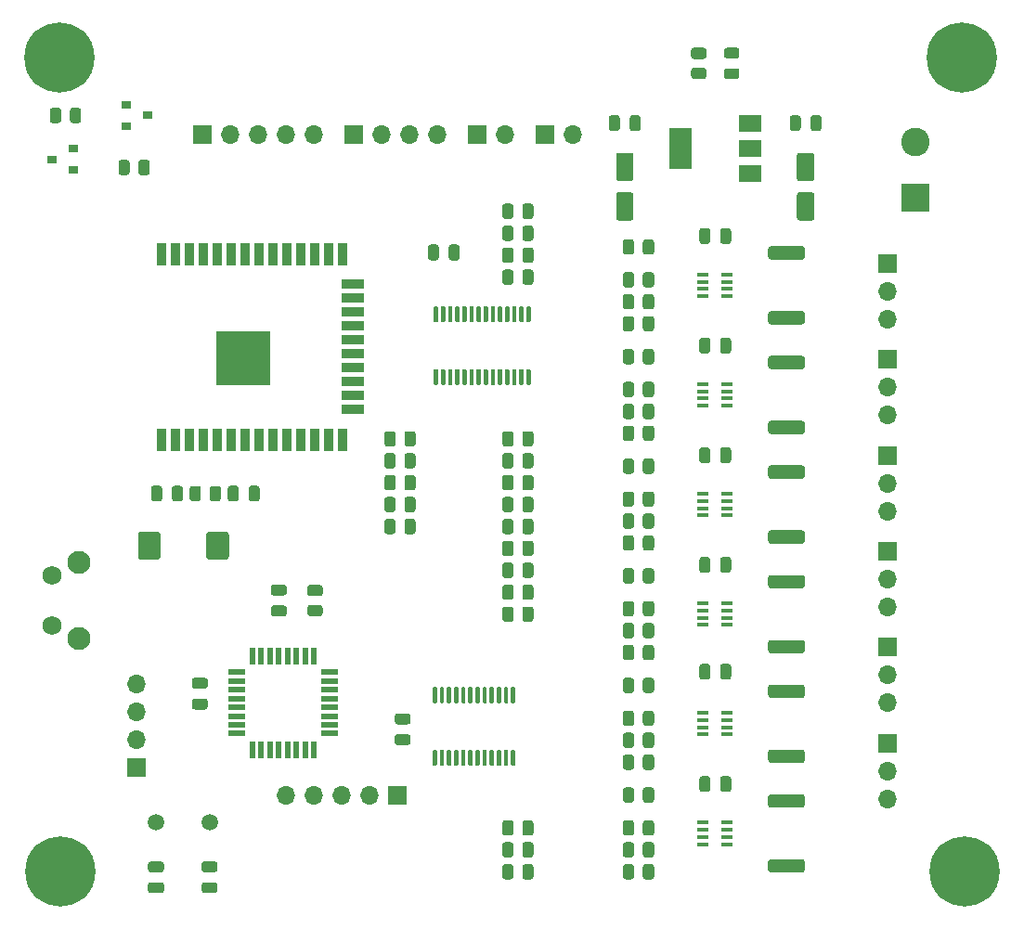
<source format=gbr>
%TF.GenerationSoftware,KiCad,Pcbnew,(5.1.10)-1*%
%TF.CreationDate,2021-07-26T19:48:55+02:00*%
%TF.ProjectId,RobotskaRuka,526f626f-7473-46b6-9152-756b612e6b69,rev?*%
%TF.SameCoordinates,Original*%
%TF.FileFunction,Soldermask,Top*%
%TF.FilePolarity,Negative*%
%FSLAX46Y46*%
G04 Gerber Fmt 4.6, Leading zero omitted, Abs format (unit mm)*
G04 Created by KiCad (PCBNEW (5.1.10)-1) date 2021-07-26 19:48:55*
%MOMM*%
%LPD*%
G01*
G04 APERTURE LIST*
%ADD10R,2.600000X2.600000*%
%ADD11C,2.600000*%
%ADD12R,0.900000X0.800000*%
%ADD13C,2.100000*%
%ADD14C,1.750000*%
%ADD15R,2.000000X3.800000*%
%ADD16R,2.000000X1.500000*%
%ADD17R,1.600000X0.550000*%
%ADD18R,0.550000X1.600000*%
%ADD19R,5.000000X5.000000*%
%ADD20R,0.900000X2.000000*%
%ADD21R,2.000000X0.900000*%
%ADD22R,1.060000X0.400000*%
%ADD23C,1.500000*%
%ADD24C,0.800000*%
%ADD25C,6.400000*%
%ADD26O,1.700000X1.700000*%
%ADD27R,1.700000X1.700000*%
G04 APERTURE END LIST*
%TO.C,C2*%
G36*
G01*
X164200000Y-75175000D02*
X164200000Y-74225000D01*
G75*
G02*
X164450000Y-73975000I250000J0D01*
G01*
X164950000Y-73975000D01*
G75*
G02*
X165200000Y-74225000I0J-250000D01*
G01*
X165200000Y-75175000D01*
G75*
G02*
X164950000Y-75425000I-250000J0D01*
G01*
X164450000Y-75425000D01*
G75*
G02*
X164200000Y-75175000I0J250000D01*
G01*
G37*
G36*
G01*
X162300000Y-75175000D02*
X162300000Y-74225000D01*
G75*
G02*
X162550000Y-73975000I250000J0D01*
G01*
X163050000Y-73975000D01*
G75*
G02*
X163300000Y-74225000I0J-250000D01*
G01*
X163300000Y-75175000D01*
G75*
G02*
X163050000Y-75425000I-250000J0D01*
G01*
X162550000Y-75425000D01*
G75*
G02*
X162300000Y-75175000I0J250000D01*
G01*
G37*
%TD*%
%TO.C,C4*%
G36*
G01*
X146800000Y-74225000D02*
X146800000Y-75175000D01*
G75*
G02*
X146550000Y-75425000I-250000J0D01*
G01*
X146050000Y-75425000D01*
G75*
G02*
X145800000Y-75175000I0J250000D01*
G01*
X145800000Y-74225000D01*
G75*
G02*
X146050000Y-73975000I250000J0D01*
G01*
X146550000Y-73975000D01*
G75*
G02*
X146800000Y-74225000I0J-250000D01*
G01*
G37*
G36*
G01*
X148700000Y-74225000D02*
X148700000Y-75175000D01*
G75*
G02*
X148450000Y-75425000I-250000J0D01*
G01*
X147950000Y-75425000D01*
G75*
G02*
X147700000Y-75175000I0J250000D01*
G01*
X147700000Y-74225000D01*
G75*
G02*
X147950000Y-73975000I250000J0D01*
G01*
X148450000Y-73975000D01*
G75*
G02*
X148700000Y-74225000I0J-250000D01*
G01*
G37*
%TD*%
%TO.C,C5*%
G36*
G01*
X116175000Y-117800000D02*
X115225000Y-117800000D01*
G75*
G02*
X114975000Y-117550000I0J250000D01*
G01*
X114975000Y-117050000D01*
G75*
G02*
X115225000Y-116800000I250000J0D01*
G01*
X116175000Y-116800000D01*
G75*
G02*
X116425000Y-117050000I0J-250000D01*
G01*
X116425000Y-117550000D01*
G75*
G02*
X116175000Y-117800000I-250000J0D01*
G01*
G37*
G36*
G01*
X116175000Y-119700000D02*
X115225000Y-119700000D01*
G75*
G02*
X114975000Y-119450000I0J250000D01*
G01*
X114975000Y-118950000D01*
G75*
G02*
X115225000Y-118700000I250000J0D01*
G01*
X116175000Y-118700000D01*
G75*
G02*
X116425000Y-118950000I0J-250000D01*
G01*
X116425000Y-119450000D01*
G75*
G02*
X116175000Y-119700000I-250000J0D01*
G01*
G37*
%TD*%
%TO.C,C6*%
G36*
G01*
X108975000Y-126300000D02*
X108025000Y-126300000D01*
G75*
G02*
X107775000Y-126050000I0J250000D01*
G01*
X107775000Y-125550000D01*
G75*
G02*
X108025000Y-125300000I250000J0D01*
G01*
X108975000Y-125300000D01*
G75*
G02*
X109225000Y-125550000I0J-250000D01*
G01*
X109225000Y-126050000D01*
G75*
G02*
X108975000Y-126300000I-250000J0D01*
G01*
G37*
G36*
G01*
X108975000Y-128200000D02*
X108025000Y-128200000D01*
G75*
G02*
X107775000Y-127950000I0J250000D01*
G01*
X107775000Y-127450000D01*
G75*
G02*
X108025000Y-127200000I250000J0D01*
G01*
X108975000Y-127200000D01*
G75*
G02*
X109225000Y-127450000I0J-250000D01*
G01*
X109225000Y-127950000D01*
G75*
G02*
X108975000Y-128200000I-250000J0D01*
G01*
G37*
%TD*%
%TO.C,C7*%
G36*
G01*
X108905000Y-142050000D02*
X109855000Y-142050000D01*
G75*
G02*
X110105000Y-142300000I0J-250000D01*
G01*
X110105000Y-142800000D01*
G75*
G02*
X109855000Y-143050000I-250000J0D01*
G01*
X108905000Y-143050000D01*
G75*
G02*
X108655000Y-142800000I0J250000D01*
G01*
X108655000Y-142300000D01*
G75*
G02*
X108905000Y-142050000I250000J0D01*
G01*
G37*
G36*
G01*
X108905000Y-143950000D02*
X109855000Y-143950000D01*
G75*
G02*
X110105000Y-144200000I0J-250000D01*
G01*
X110105000Y-144700000D01*
G75*
G02*
X109855000Y-144950000I-250000J0D01*
G01*
X108905000Y-144950000D01*
G75*
G02*
X108655000Y-144700000I0J250000D01*
G01*
X108655000Y-144200000D01*
G75*
G02*
X108905000Y-143950000I250000J0D01*
G01*
G37*
%TD*%
%TO.C,C8*%
G36*
G01*
X104025000Y-142050000D02*
X104975000Y-142050000D01*
G75*
G02*
X105225000Y-142300000I0J-250000D01*
G01*
X105225000Y-142800000D01*
G75*
G02*
X104975000Y-143050000I-250000J0D01*
G01*
X104025000Y-143050000D01*
G75*
G02*
X103775000Y-142800000I0J250000D01*
G01*
X103775000Y-142300000D01*
G75*
G02*
X104025000Y-142050000I250000J0D01*
G01*
G37*
G36*
G01*
X104025000Y-143950000D02*
X104975000Y-143950000D01*
G75*
G02*
X105225000Y-144200000I0J-250000D01*
G01*
X105225000Y-144700000D01*
G75*
G02*
X104975000Y-144950000I-250000J0D01*
G01*
X104025000Y-144950000D01*
G75*
G02*
X103775000Y-144700000I0J250000D01*
G01*
X103775000Y-144200000D01*
G75*
G02*
X104025000Y-143950000I250000J0D01*
G01*
G37*
%TD*%
%TO.C,C9*%
G36*
G01*
X105050000Y-108025000D02*
X105050000Y-108975000D01*
G75*
G02*
X104800000Y-109225000I-250000J0D01*
G01*
X104300000Y-109225000D01*
G75*
G02*
X104050000Y-108975000I0J250000D01*
G01*
X104050000Y-108025000D01*
G75*
G02*
X104300000Y-107775000I250000J0D01*
G01*
X104800000Y-107775000D01*
G75*
G02*
X105050000Y-108025000I0J-250000D01*
G01*
G37*
G36*
G01*
X106950000Y-108025000D02*
X106950000Y-108975000D01*
G75*
G02*
X106700000Y-109225000I-250000J0D01*
G01*
X106200000Y-109225000D01*
G75*
G02*
X105950000Y-108975000I0J250000D01*
G01*
X105950000Y-108025000D01*
G75*
G02*
X106200000Y-107775000I250000J0D01*
G01*
X106700000Y-107775000D01*
G75*
G02*
X106950000Y-108025000I0J-250000D01*
G01*
G37*
%TD*%
%TO.C,C10*%
G36*
G01*
X113950000Y-108025000D02*
X113950000Y-108975000D01*
G75*
G02*
X113700000Y-109225000I-250000J0D01*
G01*
X113200000Y-109225000D01*
G75*
G02*
X112950000Y-108975000I0J250000D01*
G01*
X112950000Y-108025000D01*
G75*
G02*
X113200000Y-107775000I250000J0D01*
G01*
X113700000Y-107775000D01*
G75*
G02*
X113950000Y-108025000I0J-250000D01*
G01*
G37*
G36*
G01*
X112050000Y-108025000D02*
X112050000Y-108975000D01*
G75*
G02*
X111800000Y-109225000I-250000J0D01*
G01*
X111300000Y-109225000D01*
G75*
G02*
X111050000Y-108975000I0J250000D01*
G01*
X111050000Y-108025000D01*
G75*
G02*
X111300000Y-107775000I250000J0D01*
G01*
X111800000Y-107775000D01*
G75*
G02*
X112050000Y-108025000I0J-250000D01*
G01*
G37*
%TD*%
%TO.C,C11*%
G36*
G01*
X111150000Y-112225000D02*
X111150000Y-114275000D01*
G75*
G02*
X110900000Y-114525000I-250000J0D01*
G01*
X109325000Y-114525000D01*
G75*
G02*
X109075000Y-114275000I0J250000D01*
G01*
X109075000Y-112225000D01*
G75*
G02*
X109325000Y-111975000I250000J0D01*
G01*
X110900000Y-111975000D01*
G75*
G02*
X111150000Y-112225000I0J-250000D01*
G01*
G37*
G36*
G01*
X104925000Y-112225000D02*
X104925000Y-114275000D01*
G75*
G02*
X104675000Y-114525000I-250000J0D01*
G01*
X103100000Y-114525000D01*
G75*
G02*
X102850000Y-114275000I0J250000D01*
G01*
X102850000Y-112225000D01*
G75*
G02*
X103100000Y-111975000I250000J0D01*
G01*
X104675000Y-111975000D01*
G75*
G02*
X104925000Y-112225000I0J-250000D01*
G01*
G37*
%TD*%
%TO.C,C12*%
G36*
G01*
X126525000Y-128550000D02*
X127475000Y-128550000D01*
G75*
G02*
X127725000Y-128800000I0J-250000D01*
G01*
X127725000Y-129300000D01*
G75*
G02*
X127475000Y-129550000I-250000J0D01*
G01*
X126525000Y-129550000D01*
G75*
G02*
X126275000Y-129300000I0J250000D01*
G01*
X126275000Y-128800000D01*
G75*
G02*
X126525000Y-128550000I250000J0D01*
G01*
G37*
G36*
G01*
X126525000Y-130450000D02*
X127475000Y-130450000D01*
G75*
G02*
X127725000Y-130700000I0J-250000D01*
G01*
X127725000Y-131200000D01*
G75*
G02*
X127475000Y-131450000I-250000J0D01*
G01*
X126525000Y-131450000D01*
G75*
G02*
X126275000Y-131200000I0J250000D01*
G01*
X126275000Y-130700000D01*
G75*
G02*
X126525000Y-130450000I250000J0D01*
G01*
G37*
%TD*%
%TO.C,C13*%
G36*
G01*
X155050000Y-134525000D02*
X155050000Y-135475000D01*
G75*
G02*
X154800000Y-135725000I-250000J0D01*
G01*
X154300000Y-135725000D01*
G75*
G02*
X154050000Y-135475000I0J250000D01*
G01*
X154050000Y-134525000D01*
G75*
G02*
X154300000Y-134275000I250000J0D01*
G01*
X154800000Y-134275000D01*
G75*
G02*
X155050000Y-134525000I0J-250000D01*
G01*
G37*
G36*
G01*
X156950000Y-134525000D02*
X156950000Y-135475000D01*
G75*
G02*
X156700000Y-135725000I-250000J0D01*
G01*
X156200000Y-135725000D01*
G75*
G02*
X155950000Y-135475000I0J250000D01*
G01*
X155950000Y-134525000D01*
G75*
G02*
X156200000Y-134275000I250000J0D01*
G01*
X156700000Y-134275000D01*
G75*
G02*
X156950000Y-134525000I0J-250000D01*
G01*
G37*
%TD*%
%TO.C,C14*%
G36*
G01*
X155050000Y-124275000D02*
X155050000Y-125225000D01*
G75*
G02*
X154800000Y-125475000I-250000J0D01*
G01*
X154300000Y-125475000D01*
G75*
G02*
X154050000Y-125225000I0J250000D01*
G01*
X154050000Y-124275000D01*
G75*
G02*
X154300000Y-124025000I250000J0D01*
G01*
X154800000Y-124025000D01*
G75*
G02*
X155050000Y-124275000I0J-250000D01*
G01*
G37*
G36*
G01*
X156950000Y-124275000D02*
X156950000Y-125225000D01*
G75*
G02*
X156700000Y-125475000I-250000J0D01*
G01*
X156200000Y-125475000D01*
G75*
G02*
X155950000Y-125225000I0J250000D01*
G01*
X155950000Y-124275000D01*
G75*
G02*
X156200000Y-124025000I250000J0D01*
G01*
X156700000Y-124025000D01*
G75*
G02*
X156950000Y-124275000I0J-250000D01*
G01*
G37*
%TD*%
%TO.C,C15*%
G36*
G01*
X156950000Y-114525000D02*
X156950000Y-115475000D01*
G75*
G02*
X156700000Y-115725000I-250000J0D01*
G01*
X156200000Y-115725000D01*
G75*
G02*
X155950000Y-115475000I0J250000D01*
G01*
X155950000Y-114525000D01*
G75*
G02*
X156200000Y-114275000I250000J0D01*
G01*
X156700000Y-114275000D01*
G75*
G02*
X156950000Y-114525000I0J-250000D01*
G01*
G37*
G36*
G01*
X155050000Y-114525000D02*
X155050000Y-115475000D01*
G75*
G02*
X154800000Y-115725000I-250000J0D01*
G01*
X154300000Y-115725000D01*
G75*
G02*
X154050000Y-115475000I0J250000D01*
G01*
X154050000Y-114525000D01*
G75*
G02*
X154300000Y-114275000I250000J0D01*
G01*
X154800000Y-114275000D01*
G75*
G02*
X155050000Y-114525000I0J-250000D01*
G01*
G37*
%TD*%
%TO.C,C16*%
G36*
G01*
X156950000Y-104525000D02*
X156950000Y-105475000D01*
G75*
G02*
X156700000Y-105725000I-250000J0D01*
G01*
X156200000Y-105725000D01*
G75*
G02*
X155950000Y-105475000I0J250000D01*
G01*
X155950000Y-104525000D01*
G75*
G02*
X156200000Y-104275000I250000J0D01*
G01*
X156700000Y-104275000D01*
G75*
G02*
X156950000Y-104525000I0J-250000D01*
G01*
G37*
G36*
G01*
X155050000Y-104525000D02*
X155050000Y-105475000D01*
G75*
G02*
X154800000Y-105725000I-250000J0D01*
G01*
X154300000Y-105725000D01*
G75*
G02*
X154050000Y-105475000I0J250000D01*
G01*
X154050000Y-104525000D01*
G75*
G02*
X154300000Y-104275000I250000J0D01*
G01*
X154800000Y-104275000D01*
G75*
G02*
X155050000Y-104525000I0J-250000D01*
G01*
G37*
%TD*%
%TO.C,C17*%
G36*
G01*
X155050000Y-94525000D02*
X155050000Y-95475000D01*
G75*
G02*
X154800000Y-95725000I-250000J0D01*
G01*
X154300000Y-95725000D01*
G75*
G02*
X154050000Y-95475000I0J250000D01*
G01*
X154050000Y-94525000D01*
G75*
G02*
X154300000Y-94275000I250000J0D01*
G01*
X154800000Y-94275000D01*
G75*
G02*
X155050000Y-94525000I0J-250000D01*
G01*
G37*
G36*
G01*
X156950000Y-94525000D02*
X156950000Y-95475000D01*
G75*
G02*
X156700000Y-95725000I-250000J0D01*
G01*
X156200000Y-95725000D01*
G75*
G02*
X155950000Y-95475000I0J250000D01*
G01*
X155950000Y-94525000D01*
G75*
G02*
X156200000Y-94275000I250000J0D01*
G01*
X156700000Y-94275000D01*
G75*
G02*
X156950000Y-94525000I0J-250000D01*
G01*
G37*
%TD*%
%TO.C,C18*%
G36*
G01*
X156950000Y-84525000D02*
X156950000Y-85475000D01*
G75*
G02*
X156700000Y-85725000I-250000J0D01*
G01*
X156200000Y-85725000D01*
G75*
G02*
X155950000Y-85475000I0J250000D01*
G01*
X155950000Y-84525000D01*
G75*
G02*
X156200000Y-84275000I250000J0D01*
G01*
X156700000Y-84275000D01*
G75*
G02*
X156950000Y-84525000I0J-250000D01*
G01*
G37*
G36*
G01*
X155050000Y-84525000D02*
X155050000Y-85475000D01*
G75*
G02*
X154800000Y-85725000I-250000J0D01*
G01*
X154300000Y-85725000D01*
G75*
G02*
X154050000Y-85475000I0J250000D01*
G01*
X154050000Y-84525000D01*
G75*
G02*
X154300000Y-84275000I250000J0D01*
G01*
X154800000Y-84275000D01*
G75*
G02*
X155050000Y-84525000I0J-250000D01*
G01*
G37*
%TD*%
%TO.C,C19*%
G36*
G01*
X130300000Y-86025000D02*
X130300000Y-86975000D01*
G75*
G02*
X130050000Y-87225000I-250000J0D01*
G01*
X129550000Y-87225000D01*
G75*
G02*
X129300000Y-86975000I0J250000D01*
G01*
X129300000Y-86025000D01*
G75*
G02*
X129550000Y-85775000I250000J0D01*
G01*
X130050000Y-85775000D01*
G75*
G02*
X130300000Y-86025000I0J-250000D01*
G01*
G37*
G36*
G01*
X132200000Y-86025000D02*
X132200000Y-86975000D01*
G75*
G02*
X131950000Y-87225000I-250000J0D01*
G01*
X131450000Y-87225000D01*
G75*
G02*
X131200000Y-86975000I0J250000D01*
G01*
X131200000Y-86025000D01*
G75*
G02*
X131450000Y-85775000I250000J0D01*
G01*
X131950000Y-85775000D01*
G75*
G02*
X132200000Y-86025000I0J-250000D01*
G01*
G37*
%TD*%
%TO.C,D1*%
G36*
G01*
X157456250Y-70675000D02*
X156543750Y-70675000D01*
G75*
G02*
X156300000Y-70431250I0J243750D01*
G01*
X156300000Y-69943750D01*
G75*
G02*
X156543750Y-69700000I243750J0D01*
G01*
X157456250Y-69700000D01*
G75*
G02*
X157700000Y-69943750I0J-243750D01*
G01*
X157700000Y-70431250D01*
G75*
G02*
X157456250Y-70675000I-243750J0D01*
G01*
G37*
G36*
G01*
X157456250Y-68800000D02*
X156543750Y-68800000D01*
G75*
G02*
X156300000Y-68556250I0J243750D01*
G01*
X156300000Y-68068750D01*
G75*
G02*
X156543750Y-67825000I243750J0D01*
G01*
X157456250Y-67825000D01*
G75*
G02*
X157700000Y-68068750I0J-243750D01*
G01*
X157700000Y-68556250D01*
G75*
G02*
X157456250Y-68800000I-243750J0D01*
G01*
G37*
%TD*%
D10*
%TO.C,J1*%
X173750000Y-81500000D03*
D11*
X173750000Y-76420000D03*
%TD*%
D12*
%TO.C,Q2*%
X97000000Y-78950000D03*
X97000000Y-77050000D03*
X95000000Y-78000000D03*
%TD*%
%TO.C,Q3*%
X101750000Y-73050000D03*
X101750000Y-74950000D03*
X103750000Y-74000000D03*
%TD*%
%TO.C,R1*%
G36*
G01*
X154450002Y-68850000D02*
X153549998Y-68850000D01*
G75*
G02*
X153300000Y-68600002I0J249998D01*
G01*
X153300000Y-68074998D01*
G75*
G02*
X153549998Y-67825000I249998J0D01*
G01*
X154450002Y-67825000D01*
G75*
G02*
X154700000Y-68074998I0J-249998D01*
G01*
X154700000Y-68600002D01*
G75*
G02*
X154450002Y-68850000I-249998J0D01*
G01*
G37*
G36*
G01*
X154450002Y-70675000D02*
X153549998Y-70675000D01*
G75*
G02*
X153300000Y-70425002I0J249998D01*
G01*
X153300000Y-69899998D01*
G75*
G02*
X153549998Y-69650000I249998J0D01*
G01*
X154450002Y-69650000D01*
G75*
G02*
X154700000Y-69899998I0J-249998D01*
G01*
X154700000Y-70425002D01*
G75*
G02*
X154450002Y-70675000I-249998J0D01*
G01*
G37*
%TD*%
%TO.C,R2*%
G36*
G01*
X118549998Y-118650000D02*
X119450002Y-118650000D01*
G75*
G02*
X119700000Y-118899998I0J-249998D01*
G01*
X119700000Y-119425002D01*
G75*
G02*
X119450002Y-119675000I-249998J0D01*
G01*
X118549998Y-119675000D01*
G75*
G02*
X118300000Y-119425002I0J249998D01*
G01*
X118300000Y-118899998D01*
G75*
G02*
X118549998Y-118650000I249998J0D01*
G01*
G37*
G36*
G01*
X118549998Y-116825000D02*
X119450002Y-116825000D01*
G75*
G02*
X119700000Y-117074998I0J-249998D01*
G01*
X119700000Y-117600002D01*
G75*
G02*
X119450002Y-117850000I-249998J0D01*
G01*
X118549998Y-117850000D01*
G75*
G02*
X118300000Y-117600002I0J249998D01*
G01*
X118300000Y-117074998D01*
G75*
G02*
X118549998Y-116825000I249998J0D01*
G01*
G37*
%TD*%
%TO.C,R3*%
G36*
G01*
X110425000Y-108049998D02*
X110425000Y-108950002D01*
G75*
G02*
X110175002Y-109200000I-249998J0D01*
G01*
X109649998Y-109200000D01*
G75*
G02*
X109400000Y-108950002I0J249998D01*
G01*
X109400000Y-108049998D01*
G75*
G02*
X109649998Y-107800000I249998J0D01*
G01*
X110175002Y-107800000D01*
G75*
G02*
X110425000Y-108049998I0J-249998D01*
G01*
G37*
G36*
G01*
X108600000Y-108049998D02*
X108600000Y-108950002D01*
G75*
G02*
X108350002Y-109200000I-249998J0D01*
G01*
X107824998Y-109200000D01*
G75*
G02*
X107575000Y-108950002I0J249998D01*
G01*
X107575000Y-108049998D01*
G75*
G02*
X107824998Y-107800000I249998J0D01*
G01*
X108350002Y-107800000D01*
G75*
G02*
X108600000Y-108049998I0J-249998D01*
G01*
G37*
%TD*%
%TO.C,R4*%
G36*
G01*
X102100000Y-78299998D02*
X102100000Y-79200002D01*
G75*
G02*
X101850002Y-79450000I-249998J0D01*
G01*
X101324998Y-79450000D01*
G75*
G02*
X101075000Y-79200002I0J249998D01*
G01*
X101075000Y-78299998D01*
G75*
G02*
X101324998Y-78050000I249998J0D01*
G01*
X101850002Y-78050000D01*
G75*
G02*
X102100000Y-78299998I0J-249998D01*
G01*
G37*
G36*
G01*
X103925000Y-78299998D02*
X103925000Y-79200002D01*
G75*
G02*
X103675002Y-79450000I-249998J0D01*
G01*
X103149998Y-79450000D01*
G75*
G02*
X102900000Y-79200002I0J249998D01*
G01*
X102900000Y-78299998D01*
G75*
G02*
X103149998Y-78050000I249998J0D01*
G01*
X103675002Y-78050000D01*
G75*
G02*
X103925000Y-78299998I0J-249998D01*
G01*
G37*
%TD*%
%TO.C,R5*%
G36*
G01*
X96650000Y-74450002D02*
X96650000Y-73549998D01*
G75*
G02*
X96899998Y-73300000I249998J0D01*
G01*
X97425002Y-73300000D01*
G75*
G02*
X97675000Y-73549998I0J-249998D01*
G01*
X97675000Y-74450002D01*
G75*
G02*
X97425002Y-74700000I-249998J0D01*
G01*
X96899998Y-74700000D01*
G75*
G02*
X96650000Y-74450002I0J249998D01*
G01*
G37*
G36*
G01*
X94825000Y-74450002D02*
X94825000Y-73549998D01*
G75*
G02*
X95074998Y-73300000I249998J0D01*
G01*
X95600002Y-73300000D01*
G75*
G02*
X95850000Y-73549998I0J-249998D01*
G01*
X95850000Y-74450002D01*
G75*
G02*
X95600002Y-74700000I-249998J0D01*
G01*
X95074998Y-74700000D01*
G75*
G02*
X94825000Y-74450002I0J249998D01*
G01*
G37*
%TD*%
%TO.C,R6*%
G36*
G01*
X138925000Y-117049998D02*
X138925000Y-117950002D01*
G75*
G02*
X138675002Y-118200000I-249998J0D01*
G01*
X138149998Y-118200000D01*
G75*
G02*
X137900000Y-117950002I0J249998D01*
G01*
X137900000Y-117049998D01*
G75*
G02*
X138149998Y-116800000I249998J0D01*
G01*
X138675002Y-116800000D01*
G75*
G02*
X138925000Y-117049998I0J-249998D01*
G01*
G37*
G36*
G01*
X137100000Y-117049998D02*
X137100000Y-117950002D01*
G75*
G02*
X136850002Y-118200000I-249998J0D01*
G01*
X136324998Y-118200000D01*
G75*
G02*
X136075000Y-117950002I0J249998D01*
G01*
X136075000Y-117049998D01*
G75*
G02*
X136324998Y-116800000I249998J0D01*
G01*
X136850002Y-116800000D01*
G75*
G02*
X137100000Y-117049998I0J-249998D01*
G01*
G37*
%TD*%
%TO.C,R7*%
G36*
G01*
X138925000Y-115049998D02*
X138925000Y-115950002D01*
G75*
G02*
X138675002Y-116200000I-249998J0D01*
G01*
X138149998Y-116200000D01*
G75*
G02*
X137900000Y-115950002I0J249998D01*
G01*
X137900000Y-115049998D01*
G75*
G02*
X138149998Y-114800000I249998J0D01*
G01*
X138675002Y-114800000D01*
G75*
G02*
X138925000Y-115049998I0J-249998D01*
G01*
G37*
G36*
G01*
X137100000Y-115049998D02*
X137100000Y-115950002D01*
G75*
G02*
X136850002Y-116200000I-249998J0D01*
G01*
X136324998Y-116200000D01*
G75*
G02*
X136075000Y-115950002I0J249998D01*
G01*
X136075000Y-115049998D01*
G75*
G02*
X136324998Y-114800000I249998J0D01*
G01*
X136850002Y-114800000D01*
G75*
G02*
X137100000Y-115049998I0J-249998D01*
G01*
G37*
%TD*%
%TO.C,R8*%
G36*
G01*
X137100000Y-138549998D02*
X137100000Y-139450002D01*
G75*
G02*
X136850002Y-139700000I-249998J0D01*
G01*
X136324998Y-139700000D01*
G75*
G02*
X136075000Y-139450002I0J249998D01*
G01*
X136075000Y-138549998D01*
G75*
G02*
X136324998Y-138300000I249998J0D01*
G01*
X136850002Y-138300000D01*
G75*
G02*
X137100000Y-138549998I0J-249998D01*
G01*
G37*
G36*
G01*
X138925000Y-138549998D02*
X138925000Y-139450002D01*
G75*
G02*
X138675002Y-139700000I-249998J0D01*
G01*
X138149998Y-139700000D01*
G75*
G02*
X137900000Y-139450002I0J249998D01*
G01*
X137900000Y-138549998D01*
G75*
G02*
X138149998Y-138300000I249998J0D01*
G01*
X138675002Y-138300000D01*
G75*
G02*
X138925000Y-138549998I0J-249998D01*
G01*
G37*
%TD*%
%TO.C,R9*%
G36*
G01*
X137100000Y-119049998D02*
X137100000Y-119950002D01*
G75*
G02*
X136850002Y-120200000I-249998J0D01*
G01*
X136324998Y-120200000D01*
G75*
G02*
X136075000Y-119950002I0J249998D01*
G01*
X136075000Y-119049998D01*
G75*
G02*
X136324998Y-118800000I249998J0D01*
G01*
X136850002Y-118800000D01*
G75*
G02*
X137100000Y-119049998I0J-249998D01*
G01*
G37*
G36*
G01*
X138925000Y-119049998D02*
X138925000Y-119950002D01*
G75*
G02*
X138675002Y-120200000I-249998J0D01*
G01*
X138149998Y-120200000D01*
G75*
G02*
X137900000Y-119950002I0J249998D01*
G01*
X137900000Y-119049998D01*
G75*
G02*
X138149998Y-118800000I249998J0D01*
G01*
X138675002Y-118800000D01*
G75*
G02*
X138925000Y-119049998I0J-249998D01*
G01*
G37*
%TD*%
%TO.C,R10*%
G36*
G01*
X138925000Y-140549998D02*
X138925000Y-141450002D01*
G75*
G02*
X138675002Y-141700000I-249998J0D01*
G01*
X138149998Y-141700000D01*
G75*
G02*
X137900000Y-141450002I0J249998D01*
G01*
X137900000Y-140549998D01*
G75*
G02*
X138149998Y-140300000I249998J0D01*
G01*
X138675002Y-140300000D01*
G75*
G02*
X138925000Y-140549998I0J-249998D01*
G01*
G37*
G36*
G01*
X137100000Y-140549998D02*
X137100000Y-141450002D01*
G75*
G02*
X136850002Y-141700000I-249998J0D01*
G01*
X136324998Y-141700000D01*
G75*
G02*
X136075000Y-141450002I0J249998D01*
G01*
X136075000Y-140549998D01*
G75*
G02*
X136324998Y-140300000I249998J0D01*
G01*
X136850002Y-140300000D01*
G75*
G02*
X137100000Y-140549998I0J-249998D01*
G01*
G37*
%TD*%
%TO.C,R11*%
G36*
G01*
X137100000Y-142549998D02*
X137100000Y-143450002D01*
G75*
G02*
X136850002Y-143700000I-249998J0D01*
G01*
X136324998Y-143700000D01*
G75*
G02*
X136075000Y-143450002I0J249998D01*
G01*
X136075000Y-142549998D01*
G75*
G02*
X136324998Y-142300000I249998J0D01*
G01*
X136850002Y-142300000D01*
G75*
G02*
X137100000Y-142549998I0J-249998D01*
G01*
G37*
G36*
G01*
X138925000Y-142549998D02*
X138925000Y-143450002D01*
G75*
G02*
X138675002Y-143700000I-249998J0D01*
G01*
X138149998Y-143700000D01*
G75*
G02*
X137900000Y-143450002I0J249998D01*
G01*
X137900000Y-142549998D01*
G75*
G02*
X138149998Y-142300000I249998J0D01*
G01*
X138675002Y-142300000D01*
G75*
G02*
X138925000Y-142549998I0J-249998D01*
G01*
G37*
%TD*%
%TO.C,R15*%
G36*
G01*
X149925000Y-140549998D02*
X149925000Y-141450002D01*
G75*
G02*
X149675002Y-141700000I-249998J0D01*
G01*
X149149998Y-141700000D01*
G75*
G02*
X148900000Y-141450002I0J249998D01*
G01*
X148900000Y-140549998D01*
G75*
G02*
X149149998Y-140300000I249998J0D01*
G01*
X149675002Y-140300000D01*
G75*
G02*
X149925000Y-140549998I0J-249998D01*
G01*
G37*
G36*
G01*
X148100000Y-140549998D02*
X148100000Y-141450002D01*
G75*
G02*
X147850002Y-141700000I-249998J0D01*
G01*
X147324998Y-141700000D01*
G75*
G02*
X147075000Y-141450002I0J249998D01*
G01*
X147075000Y-140549998D01*
G75*
G02*
X147324998Y-140300000I249998J0D01*
G01*
X147850002Y-140300000D01*
G75*
G02*
X148100000Y-140549998I0J-249998D01*
G01*
G37*
%TD*%
%TO.C,R16*%
G36*
G01*
X149925000Y-130549998D02*
X149925000Y-131450002D01*
G75*
G02*
X149675002Y-131700000I-249998J0D01*
G01*
X149149998Y-131700000D01*
G75*
G02*
X148900000Y-131450002I0J249998D01*
G01*
X148900000Y-130549998D01*
G75*
G02*
X149149998Y-130300000I249998J0D01*
G01*
X149675002Y-130300000D01*
G75*
G02*
X149925000Y-130549998I0J-249998D01*
G01*
G37*
G36*
G01*
X148100000Y-130549998D02*
X148100000Y-131450002D01*
G75*
G02*
X147850002Y-131700000I-249998J0D01*
G01*
X147324998Y-131700000D01*
G75*
G02*
X147075000Y-131450002I0J249998D01*
G01*
X147075000Y-130549998D01*
G75*
G02*
X147324998Y-130300000I249998J0D01*
G01*
X147850002Y-130300000D01*
G75*
G02*
X148100000Y-130549998I0J-249998D01*
G01*
G37*
%TD*%
%TO.C,R17*%
G36*
G01*
X148100000Y-120549998D02*
X148100000Y-121450002D01*
G75*
G02*
X147850002Y-121700000I-249998J0D01*
G01*
X147324998Y-121700000D01*
G75*
G02*
X147075000Y-121450002I0J249998D01*
G01*
X147075000Y-120549998D01*
G75*
G02*
X147324998Y-120300000I249998J0D01*
G01*
X147850002Y-120300000D01*
G75*
G02*
X148100000Y-120549998I0J-249998D01*
G01*
G37*
G36*
G01*
X149925000Y-120549998D02*
X149925000Y-121450002D01*
G75*
G02*
X149675002Y-121700000I-249998J0D01*
G01*
X149149998Y-121700000D01*
G75*
G02*
X148900000Y-121450002I0J249998D01*
G01*
X148900000Y-120549998D01*
G75*
G02*
X149149998Y-120300000I249998J0D01*
G01*
X149675002Y-120300000D01*
G75*
G02*
X149925000Y-120549998I0J-249998D01*
G01*
G37*
%TD*%
%TO.C,R18*%
G36*
G01*
X148100000Y-142549998D02*
X148100000Y-143450002D01*
G75*
G02*
X147850002Y-143700000I-249998J0D01*
G01*
X147324998Y-143700000D01*
G75*
G02*
X147075000Y-143450002I0J249998D01*
G01*
X147075000Y-142549998D01*
G75*
G02*
X147324998Y-142300000I249998J0D01*
G01*
X147850002Y-142300000D01*
G75*
G02*
X148100000Y-142549998I0J-249998D01*
G01*
G37*
G36*
G01*
X149925000Y-142549998D02*
X149925000Y-143450002D01*
G75*
G02*
X149675002Y-143700000I-249998J0D01*
G01*
X149149998Y-143700000D01*
G75*
G02*
X148900000Y-143450002I0J249998D01*
G01*
X148900000Y-142549998D01*
G75*
G02*
X149149998Y-142300000I249998J0D01*
G01*
X149675002Y-142300000D01*
G75*
G02*
X149925000Y-142549998I0J-249998D01*
G01*
G37*
%TD*%
%TO.C,R19*%
G36*
G01*
X149925000Y-132549998D02*
X149925000Y-133450002D01*
G75*
G02*
X149675002Y-133700000I-249998J0D01*
G01*
X149149998Y-133700000D01*
G75*
G02*
X148900000Y-133450002I0J249998D01*
G01*
X148900000Y-132549998D01*
G75*
G02*
X149149998Y-132300000I249998J0D01*
G01*
X149675002Y-132300000D01*
G75*
G02*
X149925000Y-132549998I0J-249998D01*
G01*
G37*
G36*
G01*
X148100000Y-132549998D02*
X148100000Y-133450002D01*
G75*
G02*
X147850002Y-133700000I-249998J0D01*
G01*
X147324998Y-133700000D01*
G75*
G02*
X147075000Y-133450002I0J249998D01*
G01*
X147075000Y-132549998D01*
G75*
G02*
X147324998Y-132300000I249998J0D01*
G01*
X147850002Y-132300000D01*
G75*
G02*
X148100000Y-132549998I0J-249998D01*
G01*
G37*
%TD*%
%TO.C,R20*%
G36*
G01*
X149925000Y-122549998D02*
X149925000Y-123450002D01*
G75*
G02*
X149675002Y-123700000I-249998J0D01*
G01*
X149149998Y-123700000D01*
G75*
G02*
X148900000Y-123450002I0J249998D01*
G01*
X148900000Y-122549998D01*
G75*
G02*
X149149998Y-122300000I249998J0D01*
G01*
X149675002Y-122300000D01*
G75*
G02*
X149925000Y-122549998I0J-249998D01*
G01*
G37*
G36*
G01*
X148100000Y-122549998D02*
X148100000Y-123450002D01*
G75*
G02*
X147850002Y-123700000I-249998J0D01*
G01*
X147324998Y-123700000D01*
G75*
G02*
X147075000Y-123450002I0J249998D01*
G01*
X147075000Y-122549998D01*
G75*
G02*
X147324998Y-122300000I249998J0D01*
G01*
X147850002Y-122300000D01*
G75*
G02*
X148100000Y-122549998I0J-249998D01*
G01*
G37*
%TD*%
%TO.C,R21*%
G36*
G01*
X147075000Y-136450002D02*
X147075000Y-135549998D01*
G75*
G02*
X147324998Y-135300000I249998J0D01*
G01*
X147850002Y-135300000D01*
G75*
G02*
X148100000Y-135549998I0J-249998D01*
G01*
X148100000Y-136450002D01*
G75*
G02*
X147850002Y-136700000I-249998J0D01*
G01*
X147324998Y-136700000D01*
G75*
G02*
X147075000Y-136450002I0J249998D01*
G01*
G37*
G36*
G01*
X148900000Y-136450002D02*
X148900000Y-135549998D01*
G75*
G02*
X149149998Y-135300000I249998J0D01*
G01*
X149675002Y-135300000D01*
G75*
G02*
X149925000Y-135549998I0J-249998D01*
G01*
X149925000Y-136450002D01*
G75*
G02*
X149675002Y-136700000I-249998J0D01*
G01*
X149149998Y-136700000D01*
G75*
G02*
X148900000Y-136450002I0J249998D01*
G01*
G37*
%TD*%
%TO.C,R22*%
G36*
G01*
X148900000Y-139450002D02*
X148900000Y-138549998D01*
G75*
G02*
X149149998Y-138300000I249998J0D01*
G01*
X149675002Y-138300000D01*
G75*
G02*
X149925000Y-138549998I0J-249998D01*
G01*
X149925000Y-139450002D01*
G75*
G02*
X149675002Y-139700000I-249998J0D01*
G01*
X149149998Y-139700000D01*
G75*
G02*
X148900000Y-139450002I0J249998D01*
G01*
G37*
G36*
G01*
X147075000Y-139450002D02*
X147075000Y-138549998D01*
G75*
G02*
X147324998Y-138300000I249998J0D01*
G01*
X147850002Y-138300000D01*
G75*
G02*
X148100000Y-138549998I0J-249998D01*
G01*
X148100000Y-139450002D01*
G75*
G02*
X147850002Y-139700000I-249998J0D01*
G01*
X147324998Y-139700000D01*
G75*
G02*
X147075000Y-139450002I0J249998D01*
G01*
G37*
%TD*%
%TO.C,R23*%
G36*
G01*
X147075000Y-126450002D02*
X147075000Y-125549998D01*
G75*
G02*
X147324998Y-125300000I249998J0D01*
G01*
X147850002Y-125300000D01*
G75*
G02*
X148100000Y-125549998I0J-249998D01*
G01*
X148100000Y-126450002D01*
G75*
G02*
X147850002Y-126700000I-249998J0D01*
G01*
X147324998Y-126700000D01*
G75*
G02*
X147075000Y-126450002I0J249998D01*
G01*
G37*
G36*
G01*
X148900000Y-126450002D02*
X148900000Y-125549998D01*
G75*
G02*
X149149998Y-125300000I249998J0D01*
G01*
X149675002Y-125300000D01*
G75*
G02*
X149925000Y-125549998I0J-249998D01*
G01*
X149925000Y-126450002D01*
G75*
G02*
X149675002Y-126700000I-249998J0D01*
G01*
X149149998Y-126700000D01*
G75*
G02*
X148900000Y-126450002I0J249998D01*
G01*
G37*
%TD*%
%TO.C,R24*%
G36*
G01*
X147075000Y-129450002D02*
X147075000Y-128549998D01*
G75*
G02*
X147324998Y-128300000I249998J0D01*
G01*
X147850002Y-128300000D01*
G75*
G02*
X148100000Y-128549998I0J-249998D01*
G01*
X148100000Y-129450002D01*
G75*
G02*
X147850002Y-129700000I-249998J0D01*
G01*
X147324998Y-129700000D01*
G75*
G02*
X147075000Y-129450002I0J249998D01*
G01*
G37*
G36*
G01*
X148900000Y-129450002D02*
X148900000Y-128549998D01*
G75*
G02*
X149149998Y-128300000I249998J0D01*
G01*
X149675002Y-128300000D01*
G75*
G02*
X149925000Y-128549998I0J-249998D01*
G01*
X149925000Y-129450002D01*
G75*
G02*
X149675002Y-129700000I-249998J0D01*
G01*
X149149998Y-129700000D01*
G75*
G02*
X148900000Y-129450002I0J249998D01*
G01*
G37*
%TD*%
%TO.C,R25*%
G36*
G01*
X147075000Y-116450002D02*
X147075000Y-115549998D01*
G75*
G02*
X147324998Y-115300000I249998J0D01*
G01*
X147850002Y-115300000D01*
G75*
G02*
X148100000Y-115549998I0J-249998D01*
G01*
X148100000Y-116450002D01*
G75*
G02*
X147850002Y-116700000I-249998J0D01*
G01*
X147324998Y-116700000D01*
G75*
G02*
X147075000Y-116450002I0J249998D01*
G01*
G37*
G36*
G01*
X148900000Y-116450002D02*
X148900000Y-115549998D01*
G75*
G02*
X149149998Y-115300000I249998J0D01*
G01*
X149675002Y-115300000D01*
G75*
G02*
X149925000Y-115549998I0J-249998D01*
G01*
X149925000Y-116450002D01*
G75*
G02*
X149675002Y-116700000I-249998J0D01*
G01*
X149149998Y-116700000D01*
G75*
G02*
X148900000Y-116450002I0J249998D01*
G01*
G37*
%TD*%
%TO.C,R26*%
G36*
G01*
X147075000Y-119450002D02*
X147075000Y-118549998D01*
G75*
G02*
X147324998Y-118300000I249998J0D01*
G01*
X147850002Y-118300000D01*
G75*
G02*
X148100000Y-118549998I0J-249998D01*
G01*
X148100000Y-119450002D01*
G75*
G02*
X147850002Y-119700000I-249998J0D01*
G01*
X147324998Y-119700000D01*
G75*
G02*
X147075000Y-119450002I0J249998D01*
G01*
G37*
G36*
G01*
X148900000Y-119450002D02*
X148900000Y-118549998D01*
G75*
G02*
X149149998Y-118300000I249998J0D01*
G01*
X149675002Y-118300000D01*
G75*
G02*
X149925000Y-118549998I0J-249998D01*
G01*
X149925000Y-119450002D01*
G75*
G02*
X149675002Y-119700000I-249998J0D01*
G01*
X149149998Y-119700000D01*
G75*
G02*
X148900000Y-119450002I0J249998D01*
G01*
G37*
%TD*%
%TO.C,R30*%
G36*
G01*
X148100000Y-110549998D02*
X148100000Y-111450002D01*
G75*
G02*
X147850002Y-111700000I-249998J0D01*
G01*
X147324998Y-111700000D01*
G75*
G02*
X147075000Y-111450002I0J249998D01*
G01*
X147075000Y-110549998D01*
G75*
G02*
X147324998Y-110300000I249998J0D01*
G01*
X147850002Y-110300000D01*
G75*
G02*
X148100000Y-110549998I0J-249998D01*
G01*
G37*
G36*
G01*
X149925000Y-110549998D02*
X149925000Y-111450002D01*
G75*
G02*
X149675002Y-111700000I-249998J0D01*
G01*
X149149998Y-111700000D01*
G75*
G02*
X148900000Y-111450002I0J249998D01*
G01*
X148900000Y-110549998D01*
G75*
G02*
X149149998Y-110300000I249998J0D01*
G01*
X149675002Y-110300000D01*
G75*
G02*
X149925000Y-110549998I0J-249998D01*
G01*
G37*
%TD*%
%TO.C,R31*%
G36*
G01*
X148100000Y-100549998D02*
X148100000Y-101450002D01*
G75*
G02*
X147850002Y-101700000I-249998J0D01*
G01*
X147324998Y-101700000D01*
G75*
G02*
X147075000Y-101450002I0J249998D01*
G01*
X147075000Y-100549998D01*
G75*
G02*
X147324998Y-100300000I249998J0D01*
G01*
X147850002Y-100300000D01*
G75*
G02*
X148100000Y-100549998I0J-249998D01*
G01*
G37*
G36*
G01*
X149925000Y-100549998D02*
X149925000Y-101450002D01*
G75*
G02*
X149675002Y-101700000I-249998J0D01*
G01*
X149149998Y-101700000D01*
G75*
G02*
X148900000Y-101450002I0J249998D01*
G01*
X148900000Y-100549998D01*
G75*
G02*
X149149998Y-100300000I249998J0D01*
G01*
X149675002Y-100300000D01*
G75*
G02*
X149925000Y-100549998I0J-249998D01*
G01*
G37*
%TD*%
%TO.C,R32*%
G36*
G01*
X148100000Y-90549998D02*
X148100000Y-91450002D01*
G75*
G02*
X147850002Y-91700000I-249998J0D01*
G01*
X147324998Y-91700000D01*
G75*
G02*
X147075000Y-91450002I0J249998D01*
G01*
X147075000Y-90549998D01*
G75*
G02*
X147324998Y-90300000I249998J0D01*
G01*
X147850002Y-90300000D01*
G75*
G02*
X148100000Y-90549998I0J-249998D01*
G01*
G37*
G36*
G01*
X149925000Y-90549998D02*
X149925000Y-91450002D01*
G75*
G02*
X149675002Y-91700000I-249998J0D01*
G01*
X149149998Y-91700000D01*
G75*
G02*
X148900000Y-91450002I0J249998D01*
G01*
X148900000Y-90549998D01*
G75*
G02*
X149149998Y-90300000I249998J0D01*
G01*
X149675002Y-90300000D01*
G75*
G02*
X149925000Y-90549998I0J-249998D01*
G01*
G37*
%TD*%
%TO.C,R33*%
G36*
G01*
X149925000Y-112549998D02*
X149925000Y-113450002D01*
G75*
G02*
X149675002Y-113700000I-249998J0D01*
G01*
X149149998Y-113700000D01*
G75*
G02*
X148900000Y-113450002I0J249998D01*
G01*
X148900000Y-112549998D01*
G75*
G02*
X149149998Y-112300000I249998J0D01*
G01*
X149675002Y-112300000D01*
G75*
G02*
X149925000Y-112549998I0J-249998D01*
G01*
G37*
G36*
G01*
X148100000Y-112549998D02*
X148100000Y-113450002D01*
G75*
G02*
X147850002Y-113700000I-249998J0D01*
G01*
X147324998Y-113700000D01*
G75*
G02*
X147075000Y-113450002I0J249998D01*
G01*
X147075000Y-112549998D01*
G75*
G02*
X147324998Y-112300000I249998J0D01*
G01*
X147850002Y-112300000D01*
G75*
G02*
X148100000Y-112549998I0J-249998D01*
G01*
G37*
%TD*%
%TO.C,R34*%
G36*
G01*
X149925000Y-102549998D02*
X149925000Y-103450002D01*
G75*
G02*
X149675002Y-103700000I-249998J0D01*
G01*
X149149998Y-103700000D01*
G75*
G02*
X148900000Y-103450002I0J249998D01*
G01*
X148900000Y-102549998D01*
G75*
G02*
X149149998Y-102300000I249998J0D01*
G01*
X149675002Y-102300000D01*
G75*
G02*
X149925000Y-102549998I0J-249998D01*
G01*
G37*
G36*
G01*
X148100000Y-102549998D02*
X148100000Y-103450002D01*
G75*
G02*
X147850002Y-103700000I-249998J0D01*
G01*
X147324998Y-103700000D01*
G75*
G02*
X147075000Y-103450002I0J249998D01*
G01*
X147075000Y-102549998D01*
G75*
G02*
X147324998Y-102300000I249998J0D01*
G01*
X147850002Y-102300000D01*
G75*
G02*
X148100000Y-102549998I0J-249998D01*
G01*
G37*
%TD*%
%TO.C,R35*%
G36*
G01*
X149925000Y-92549998D02*
X149925000Y-93450002D01*
G75*
G02*
X149675002Y-93700000I-249998J0D01*
G01*
X149149998Y-93700000D01*
G75*
G02*
X148900000Y-93450002I0J249998D01*
G01*
X148900000Y-92549998D01*
G75*
G02*
X149149998Y-92300000I249998J0D01*
G01*
X149675002Y-92300000D01*
G75*
G02*
X149925000Y-92549998I0J-249998D01*
G01*
G37*
G36*
G01*
X148100000Y-92549998D02*
X148100000Y-93450002D01*
G75*
G02*
X147850002Y-93700000I-249998J0D01*
G01*
X147324998Y-93700000D01*
G75*
G02*
X147075000Y-93450002I0J249998D01*
G01*
X147075000Y-92549998D01*
G75*
G02*
X147324998Y-92300000I249998J0D01*
G01*
X147850002Y-92300000D01*
G75*
G02*
X148100000Y-92549998I0J-249998D01*
G01*
G37*
%TD*%
%TO.C,R36*%
G36*
G01*
X148900000Y-106450002D02*
X148900000Y-105549998D01*
G75*
G02*
X149149998Y-105300000I249998J0D01*
G01*
X149675002Y-105300000D01*
G75*
G02*
X149925000Y-105549998I0J-249998D01*
G01*
X149925000Y-106450002D01*
G75*
G02*
X149675002Y-106700000I-249998J0D01*
G01*
X149149998Y-106700000D01*
G75*
G02*
X148900000Y-106450002I0J249998D01*
G01*
G37*
G36*
G01*
X147075000Y-106450002D02*
X147075000Y-105549998D01*
G75*
G02*
X147324998Y-105300000I249998J0D01*
G01*
X147850002Y-105300000D01*
G75*
G02*
X148100000Y-105549998I0J-249998D01*
G01*
X148100000Y-106450002D01*
G75*
G02*
X147850002Y-106700000I-249998J0D01*
G01*
X147324998Y-106700000D01*
G75*
G02*
X147075000Y-106450002I0J249998D01*
G01*
G37*
%TD*%
%TO.C,R37*%
G36*
G01*
X147075000Y-109450002D02*
X147075000Y-108549998D01*
G75*
G02*
X147324998Y-108300000I249998J0D01*
G01*
X147850002Y-108300000D01*
G75*
G02*
X148100000Y-108549998I0J-249998D01*
G01*
X148100000Y-109450002D01*
G75*
G02*
X147850002Y-109700000I-249998J0D01*
G01*
X147324998Y-109700000D01*
G75*
G02*
X147075000Y-109450002I0J249998D01*
G01*
G37*
G36*
G01*
X148900000Y-109450002D02*
X148900000Y-108549998D01*
G75*
G02*
X149149998Y-108300000I249998J0D01*
G01*
X149675002Y-108300000D01*
G75*
G02*
X149925000Y-108549998I0J-249998D01*
G01*
X149925000Y-109450002D01*
G75*
G02*
X149675002Y-109700000I-249998J0D01*
G01*
X149149998Y-109700000D01*
G75*
G02*
X148900000Y-109450002I0J249998D01*
G01*
G37*
%TD*%
%TO.C,R38*%
G36*
G01*
X148900000Y-96450002D02*
X148900000Y-95549998D01*
G75*
G02*
X149149998Y-95300000I249998J0D01*
G01*
X149675002Y-95300000D01*
G75*
G02*
X149925000Y-95549998I0J-249998D01*
G01*
X149925000Y-96450002D01*
G75*
G02*
X149675002Y-96700000I-249998J0D01*
G01*
X149149998Y-96700000D01*
G75*
G02*
X148900000Y-96450002I0J249998D01*
G01*
G37*
G36*
G01*
X147075000Y-96450002D02*
X147075000Y-95549998D01*
G75*
G02*
X147324998Y-95300000I249998J0D01*
G01*
X147850002Y-95300000D01*
G75*
G02*
X148100000Y-95549998I0J-249998D01*
G01*
X148100000Y-96450002D01*
G75*
G02*
X147850002Y-96700000I-249998J0D01*
G01*
X147324998Y-96700000D01*
G75*
G02*
X147075000Y-96450002I0J249998D01*
G01*
G37*
%TD*%
%TO.C,R39*%
G36*
G01*
X148900000Y-99450002D02*
X148900000Y-98549998D01*
G75*
G02*
X149149998Y-98300000I249998J0D01*
G01*
X149675002Y-98300000D01*
G75*
G02*
X149925000Y-98549998I0J-249998D01*
G01*
X149925000Y-99450002D01*
G75*
G02*
X149675002Y-99700000I-249998J0D01*
G01*
X149149998Y-99700000D01*
G75*
G02*
X148900000Y-99450002I0J249998D01*
G01*
G37*
G36*
G01*
X147075000Y-99450002D02*
X147075000Y-98549998D01*
G75*
G02*
X147324998Y-98300000I249998J0D01*
G01*
X147850002Y-98300000D01*
G75*
G02*
X148100000Y-98549998I0J-249998D01*
G01*
X148100000Y-99450002D01*
G75*
G02*
X147850002Y-99700000I-249998J0D01*
G01*
X147324998Y-99700000D01*
G75*
G02*
X147075000Y-99450002I0J249998D01*
G01*
G37*
%TD*%
%TO.C,R40*%
G36*
G01*
X148900000Y-86450002D02*
X148900000Y-85549998D01*
G75*
G02*
X149149998Y-85300000I249998J0D01*
G01*
X149675002Y-85300000D01*
G75*
G02*
X149925000Y-85549998I0J-249998D01*
G01*
X149925000Y-86450002D01*
G75*
G02*
X149675002Y-86700000I-249998J0D01*
G01*
X149149998Y-86700000D01*
G75*
G02*
X148900000Y-86450002I0J249998D01*
G01*
G37*
G36*
G01*
X147075000Y-86450002D02*
X147075000Y-85549998D01*
G75*
G02*
X147324998Y-85300000I249998J0D01*
G01*
X147850002Y-85300000D01*
G75*
G02*
X148100000Y-85549998I0J-249998D01*
G01*
X148100000Y-86450002D01*
G75*
G02*
X147850002Y-86700000I-249998J0D01*
G01*
X147324998Y-86700000D01*
G75*
G02*
X147075000Y-86450002I0J249998D01*
G01*
G37*
%TD*%
%TO.C,R41*%
G36*
G01*
X147075000Y-89450002D02*
X147075000Y-88549998D01*
G75*
G02*
X147324998Y-88300000I249998J0D01*
G01*
X147850002Y-88300000D01*
G75*
G02*
X148100000Y-88549998I0J-249998D01*
G01*
X148100000Y-89450002D01*
G75*
G02*
X147850002Y-89700000I-249998J0D01*
G01*
X147324998Y-89700000D01*
G75*
G02*
X147075000Y-89450002I0J249998D01*
G01*
G37*
G36*
G01*
X148900000Y-89450002D02*
X148900000Y-88549998D01*
G75*
G02*
X149149998Y-88300000I249998J0D01*
G01*
X149675002Y-88300000D01*
G75*
G02*
X149925000Y-88549998I0J-249998D01*
G01*
X149925000Y-89450002D01*
G75*
G02*
X149675002Y-89700000I-249998J0D01*
G01*
X149149998Y-89700000D01*
G75*
G02*
X148900000Y-89450002I0J249998D01*
G01*
G37*
%TD*%
%TO.C,R42*%
G36*
G01*
X128175000Y-103049998D02*
X128175000Y-103950002D01*
G75*
G02*
X127925002Y-104200000I-249998J0D01*
G01*
X127399998Y-104200000D01*
G75*
G02*
X127150000Y-103950002I0J249998D01*
G01*
X127150000Y-103049998D01*
G75*
G02*
X127399998Y-102800000I249998J0D01*
G01*
X127925002Y-102800000D01*
G75*
G02*
X128175000Y-103049998I0J-249998D01*
G01*
G37*
G36*
G01*
X126350000Y-103049998D02*
X126350000Y-103950002D01*
G75*
G02*
X126100002Y-104200000I-249998J0D01*
G01*
X125574998Y-104200000D01*
G75*
G02*
X125325000Y-103950002I0J249998D01*
G01*
X125325000Y-103049998D01*
G75*
G02*
X125574998Y-102800000I249998J0D01*
G01*
X126100002Y-102800000D01*
G75*
G02*
X126350000Y-103049998I0J-249998D01*
G01*
G37*
%TD*%
%TO.C,R43*%
G36*
G01*
X126350000Y-105049998D02*
X126350000Y-105950002D01*
G75*
G02*
X126100002Y-106200000I-249998J0D01*
G01*
X125574998Y-106200000D01*
G75*
G02*
X125325000Y-105950002I0J249998D01*
G01*
X125325000Y-105049998D01*
G75*
G02*
X125574998Y-104800000I249998J0D01*
G01*
X126100002Y-104800000D01*
G75*
G02*
X126350000Y-105049998I0J-249998D01*
G01*
G37*
G36*
G01*
X128175000Y-105049998D02*
X128175000Y-105950002D01*
G75*
G02*
X127925002Y-106200000I-249998J0D01*
G01*
X127399998Y-106200000D01*
G75*
G02*
X127150000Y-105950002I0J249998D01*
G01*
X127150000Y-105049998D01*
G75*
G02*
X127399998Y-104800000I249998J0D01*
G01*
X127925002Y-104800000D01*
G75*
G02*
X128175000Y-105049998I0J-249998D01*
G01*
G37*
%TD*%
%TO.C,R44*%
G36*
G01*
X128175000Y-107049998D02*
X128175000Y-107950002D01*
G75*
G02*
X127925002Y-108200000I-249998J0D01*
G01*
X127399998Y-108200000D01*
G75*
G02*
X127150000Y-107950002I0J249998D01*
G01*
X127150000Y-107049998D01*
G75*
G02*
X127399998Y-106800000I249998J0D01*
G01*
X127925002Y-106800000D01*
G75*
G02*
X128175000Y-107049998I0J-249998D01*
G01*
G37*
G36*
G01*
X126350000Y-107049998D02*
X126350000Y-107950002D01*
G75*
G02*
X126100002Y-108200000I-249998J0D01*
G01*
X125574998Y-108200000D01*
G75*
G02*
X125325000Y-107950002I0J249998D01*
G01*
X125325000Y-107049998D01*
G75*
G02*
X125574998Y-106800000I249998J0D01*
G01*
X126100002Y-106800000D01*
G75*
G02*
X126350000Y-107049998I0J-249998D01*
G01*
G37*
%TD*%
%TO.C,R45*%
G36*
G01*
X128175000Y-109049998D02*
X128175000Y-109950002D01*
G75*
G02*
X127925002Y-110200000I-249998J0D01*
G01*
X127399998Y-110200000D01*
G75*
G02*
X127150000Y-109950002I0J249998D01*
G01*
X127150000Y-109049998D01*
G75*
G02*
X127399998Y-108800000I249998J0D01*
G01*
X127925002Y-108800000D01*
G75*
G02*
X128175000Y-109049998I0J-249998D01*
G01*
G37*
G36*
G01*
X126350000Y-109049998D02*
X126350000Y-109950002D01*
G75*
G02*
X126100002Y-110200000I-249998J0D01*
G01*
X125574998Y-110200000D01*
G75*
G02*
X125325000Y-109950002I0J249998D01*
G01*
X125325000Y-109049998D01*
G75*
G02*
X125574998Y-108800000I249998J0D01*
G01*
X126100002Y-108800000D01*
G75*
G02*
X126350000Y-109049998I0J-249998D01*
G01*
G37*
%TD*%
%TO.C,R46*%
G36*
G01*
X126350000Y-111049998D02*
X126350000Y-111950002D01*
G75*
G02*
X126100002Y-112200000I-249998J0D01*
G01*
X125574998Y-112200000D01*
G75*
G02*
X125325000Y-111950002I0J249998D01*
G01*
X125325000Y-111049998D01*
G75*
G02*
X125574998Y-110800000I249998J0D01*
G01*
X126100002Y-110800000D01*
G75*
G02*
X126350000Y-111049998I0J-249998D01*
G01*
G37*
G36*
G01*
X128175000Y-111049998D02*
X128175000Y-111950002D01*
G75*
G02*
X127925002Y-112200000I-249998J0D01*
G01*
X127399998Y-112200000D01*
G75*
G02*
X127150000Y-111950002I0J249998D01*
G01*
X127150000Y-111049998D01*
G75*
G02*
X127399998Y-110800000I249998J0D01*
G01*
X127925002Y-110800000D01*
G75*
G02*
X128175000Y-111049998I0J-249998D01*
G01*
G37*
%TD*%
%TO.C,R47*%
G36*
G01*
X137900000Y-89200002D02*
X137900000Y-88299998D01*
G75*
G02*
X138149998Y-88050000I249998J0D01*
G01*
X138675002Y-88050000D01*
G75*
G02*
X138925000Y-88299998I0J-249998D01*
G01*
X138925000Y-89200002D01*
G75*
G02*
X138675002Y-89450000I-249998J0D01*
G01*
X138149998Y-89450000D01*
G75*
G02*
X137900000Y-89200002I0J249998D01*
G01*
G37*
G36*
G01*
X136075000Y-89200002D02*
X136075000Y-88299998D01*
G75*
G02*
X136324998Y-88050000I249998J0D01*
G01*
X136850002Y-88050000D01*
G75*
G02*
X137100000Y-88299998I0J-249998D01*
G01*
X137100000Y-89200002D01*
G75*
G02*
X136850002Y-89450000I-249998J0D01*
G01*
X136324998Y-89450000D01*
G75*
G02*
X136075000Y-89200002I0J249998D01*
G01*
G37*
%TD*%
%TO.C,R48*%
G36*
G01*
X136075000Y-87200002D02*
X136075000Y-86299998D01*
G75*
G02*
X136324998Y-86050000I249998J0D01*
G01*
X136850002Y-86050000D01*
G75*
G02*
X137100000Y-86299998I0J-249998D01*
G01*
X137100000Y-87200002D01*
G75*
G02*
X136850002Y-87450000I-249998J0D01*
G01*
X136324998Y-87450000D01*
G75*
G02*
X136075000Y-87200002I0J249998D01*
G01*
G37*
G36*
G01*
X137900000Y-87200002D02*
X137900000Y-86299998D01*
G75*
G02*
X138149998Y-86050000I249998J0D01*
G01*
X138675002Y-86050000D01*
G75*
G02*
X138925000Y-86299998I0J-249998D01*
G01*
X138925000Y-87200002D01*
G75*
G02*
X138675002Y-87450000I-249998J0D01*
G01*
X138149998Y-87450000D01*
G75*
G02*
X137900000Y-87200002I0J249998D01*
G01*
G37*
%TD*%
%TO.C,R49*%
G36*
G01*
X137100000Y-113049998D02*
X137100000Y-113950002D01*
G75*
G02*
X136850002Y-114200000I-249998J0D01*
G01*
X136324998Y-114200000D01*
G75*
G02*
X136075000Y-113950002I0J249998D01*
G01*
X136075000Y-113049998D01*
G75*
G02*
X136324998Y-112800000I249998J0D01*
G01*
X136850002Y-112800000D01*
G75*
G02*
X137100000Y-113049998I0J-249998D01*
G01*
G37*
G36*
G01*
X138925000Y-113049998D02*
X138925000Y-113950002D01*
G75*
G02*
X138675002Y-114200000I-249998J0D01*
G01*
X138149998Y-114200000D01*
G75*
G02*
X137900000Y-113950002I0J249998D01*
G01*
X137900000Y-113049998D01*
G75*
G02*
X138149998Y-112800000I249998J0D01*
G01*
X138675002Y-112800000D01*
G75*
G02*
X138925000Y-113049998I0J-249998D01*
G01*
G37*
%TD*%
%TO.C,R50*%
G36*
G01*
X138925000Y-111049998D02*
X138925000Y-111950002D01*
G75*
G02*
X138675002Y-112200000I-249998J0D01*
G01*
X138149998Y-112200000D01*
G75*
G02*
X137900000Y-111950002I0J249998D01*
G01*
X137900000Y-111049998D01*
G75*
G02*
X138149998Y-110800000I249998J0D01*
G01*
X138675002Y-110800000D01*
G75*
G02*
X138925000Y-111049998I0J-249998D01*
G01*
G37*
G36*
G01*
X137100000Y-111049998D02*
X137100000Y-111950002D01*
G75*
G02*
X136850002Y-112200000I-249998J0D01*
G01*
X136324998Y-112200000D01*
G75*
G02*
X136075000Y-111950002I0J249998D01*
G01*
X136075000Y-111049998D01*
G75*
G02*
X136324998Y-110800000I249998J0D01*
G01*
X136850002Y-110800000D01*
G75*
G02*
X137100000Y-111049998I0J-249998D01*
G01*
G37*
%TD*%
%TO.C,R51*%
G36*
G01*
X138925000Y-109049998D02*
X138925000Y-109950002D01*
G75*
G02*
X138675002Y-110200000I-249998J0D01*
G01*
X138149998Y-110200000D01*
G75*
G02*
X137900000Y-109950002I0J249998D01*
G01*
X137900000Y-109049998D01*
G75*
G02*
X138149998Y-108800000I249998J0D01*
G01*
X138675002Y-108800000D01*
G75*
G02*
X138925000Y-109049998I0J-249998D01*
G01*
G37*
G36*
G01*
X137100000Y-109049998D02*
X137100000Y-109950002D01*
G75*
G02*
X136850002Y-110200000I-249998J0D01*
G01*
X136324998Y-110200000D01*
G75*
G02*
X136075000Y-109950002I0J249998D01*
G01*
X136075000Y-109049998D01*
G75*
G02*
X136324998Y-108800000I249998J0D01*
G01*
X136850002Y-108800000D01*
G75*
G02*
X137100000Y-109049998I0J-249998D01*
G01*
G37*
%TD*%
%TO.C,R52*%
G36*
G01*
X137100000Y-107049998D02*
X137100000Y-107950002D01*
G75*
G02*
X136850002Y-108200000I-249998J0D01*
G01*
X136324998Y-108200000D01*
G75*
G02*
X136075000Y-107950002I0J249998D01*
G01*
X136075000Y-107049998D01*
G75*
G02*
X136324998Y-106800000I249998J0D01*
G01*
X136850002Y-106800000D01*
G75*
G02*
X137100000Y-107049998I0J-249998D01*
G01*
G37*
G36*
G01*
X138925000Y-107049998D02*
X138925000Y-107950002D01*
G75*
G02*
X138675002Y-108200000I-249998J0D01*
G01*
X138149998Y-108200000D01*
G75*
G02*
X137900000Y-107950002I0J249998D01*
G01*
X137900000Y-107049998D01*
G75*
G02*
X138149998Y-106800000I249998J0D01*
G01*
X138675002Y-106800000D01*
G75*
G02*
X138925000Y-107049998I0J-249998D01*
G01*
G37*
%TD*%
%TO.C,R53*%
G36*
G01*
X138925000Y-105049998D02*
X138925000Y-105950002D01*
G75*
G02*
X138675002Y-106200000I-249998J0D01*
G01*
X138149998Y-106200000D01*
G75*
G02*
X137900000Y-105950002I0J249998D01*
G01*
X137900000Y-105049998D01*
G75*
G02*
X138149998Y-104800000I249998J0D01*
G01*
X138675002Y-104800000D01*
G75*
G02*
X138925000Y-105049998I0J-249998D01*
G01*
G37*
G36*
G01*
X137100000Y-105049998D02*
X137100000Y-105950002D01*
G75*
G02*
X136850002Y-106200000I-249998J0D01*
G01*
X136324998Y-106200000D01*
G75*
G02*
X136075000Y-105950002I0J249998D01*
G01*
X136075000Y-105049998D01*
G75*
G02*
X136324998Y-104800000I249998J0D01*
G01*
X136850002Y-104800000D01*
G75*
G02*
X137100000Y-105049998I0J-249998D01*
G01*
G37*
%TD*%
%TO.C,R54*%
G36*
G01*
X138925000Y-103049998D02*
X138925000Y-103950002D01*
G75*
G02*
X138675002Y-104200000I-249998J0D01*
G01*
X138149998Y-104200000D01*
G75*
G02*
X137900000Y-103950002I0J249998D01*
G01*
X137900000Y-103049998D01*
G75*
G02*
X138149998Y-102800000I249998J0D01*
G01*
X138675002Y-102800000D01*
G75*
G02*
X138925000Y-103049998I0J-249998D01*
G01*
G37*
G36*
G01*
X137100000Y-103049998D02*
X137100000Y-103950002D01*
G75*
G02*
X136850002Y-104200000I-249998J0D01*
G01*
X136324998Y-104200000D01*
G75*
G02*
X136075000Y-103950002I0J249998D01*
G01*
X136075000Y-103049998D01*
G75*
G02*
X136324998Y-102800000I249998J0D01*
G01*
X136850002Y-102800000D01*
G75*
G02*
X137100000Y-103049998I0J-249998D01*
G01*
G37*
%TD*%
%TO.C,R55*%
G36*
G01*
X137100000Y-84299998D02*
X137100000Y-85200002D01*
G75*
G02*
X136850002Y-85450000I-249998J0D01*
G01*
X136324998Y-85450000D01*
G75*
G02*
X136075000Y-85200002I0J249998D01*
G01*
X136075000Y-84299998D01*
G75*
G02*
X136324998Y-84050000I249998J0D01*
G01*
X136850002Y-84050000D01*
G75*
G02*
X137100000Y-84299998I0J-249998D01*
G01*
G37*
G36*
G01*
X138925000Y-84299998D02*
X138925000Y-85200002D01*
G75*
G02*
X138675002Y-85450000I-249998J0D01*
G01*
X138149998Y-85450000D01*
G75*
G02*
X137900000Y-85200002I0J249998D01*
G01*
X137900000Y-84299998D01*
G75*
G02*
X138149998Y-84050000I249998J0D01*
G01*
X138675002Y-84050000D01*
G75*
G02*
X138925000Y-84299998I0J-249998D01*
G01*
G37*
%TD*%
%TO.C,R56*%
G36*
G01*
X137100000Y-82299998D02*
X137100000Y-83200002D01*
G75*
G02*
X136850002Y-83450000I-249998J0D01*
G01*
X136324998Y-83450000D01*
G75*
G02*
X136075000Y-83200002I0J249998D01*
G01*
X136075000Y-82299998D01*
G75*
G02*
X136324998Y-82050000I249998J0D01*
G01*
X136850002Y-82050000D01*
G75*
G02*
X137100000Y-82299998I0J-249998D01*
G01*
G37*
G36*
G01*
X138925000Y-82299998D02*
X138925000Y-83200002D01*
G75*
G02*
X138675002Y-83450000I-249998J0D01*
G01*
X138149998Y-83450000D01*
G75*
G02*
X137900000Y-83200002I0J249998D01*
G01*
X137900000Y-82299998D01*
G75*
G02*
X138149998Y-82050000I249998J0D01*
G01*
X138675002Y-82050000D01*
G75*
G02*
X138925000Y-82299998I0J-249998D01*
G01*
G37*
%TD*%
D13*
%TO.C,SW1*%
X97490000Y-114740000D03*
D14*
X95000000Y-116000000D03*
X95000000Y-120500000D03*
D13*
X97490000Y-121750000D03*
%TD*%
D15*
%TO.C,U1*%
X152350000Y-77000000D03*
D16*
X158650000Y-77000000D03*
X158650000Y-74700000D03*
X158650000Y-79300000D03*
%TD*%
D17*
%TO.C,U2*%
X111850000Y-124790000D03*
X111850000Y-125590000D03*
X111850000Y-126390000D03*
X111850000Y-127190000D03*
X111850000Y-127990000D03*
X111850000Y-128790000D03*
X111850000Y-129590000D03*
X111850000Y-130390000D03*
D18*
X113300000Y-131840000D03*
X114100000Y-131840000D03*
X114900000Y-131840000D03*
X115700000Y-131840000D03*
X116500000Y-131840000D03*
X117300000Y-131840000D03*
X118100000Y-131840000D03*
X118900000Y-131840000D03*
D17*
X120350000Y-130390000D03*
X120350000Y-129590000D03*
X120350000Y-128790000D03*
X120350000Y-127990000D03*
X120350000Y-127190000D03*
X120350000Y-126390000D03*
X120350000Y-125590000D03*
X120350000Y-124790000D03*
D18*
X118900000Y-123340000D03*
X118100000Y-123340000D03*
X117300000Y-123340000D03*
X116500000Y-123340000D03*
X115700000Y-123340000D03*
X114900000Y-123340000D03*
X114100000Y-123340000D03*
X113300000Y-123340000D03*
%TD*%
D19*
%TO.C,U3*%
X112464001Y-96129999D03*
D20*
X104964001Y-103629999D03*
X106234001Y-103629999D03*
X107504001Y-103629999D03*
X108774001Y-103629999D03*
X110044001Y-103629999D03*
X111314001Y-103629999D03*
X112584001Y-103629999D03*
X113854001Y-103629999D03*
X115124001Y-103629999D03*
X116394001Y-103629999D03*
X117664001Y-103629999D03*
X118934001Y-103629999D03*
X120204001Y-103629999D03*
X121474001Y-103629999D03*
D21*
X122474001Y-100844999D03*
X122474001Y-99574999D03*
X122474001Y-98304999D03*
X122474001Y-97034999D03*
X122474001Y-95764999D03*
X122474001Y-94494999D03*
X122474001Y-93224999D03*
X122474001Y-91954999D03*
X122474001Y-90684999D03*
X122474001Y-89414999D03*
D20*
X121474001Y-86629999D03*
X120204001Y-86629999D03*
X118934001Y-86629999D03*
X117664001Y-86629999D03*
X116394001Y-86629999D03*
X115124001Y-86629999D03*
X113854001Y-86629999D03*
X112584001Y-86629999D03*
X111314001Y-86629999D03*
X110044001Y-86629999D03*
X108774001Y-86629999D03*
X107504001Y-86629999D03*
X106234001Y-86629999D03*
X104964001Y-86629999D03*
%TD*%
%TO.C,U4*%
G36*
G01*
X130025000Y-133350000D02*
X129825000Y-133350000D01*
G75*
G02*
X129725000Y-133250000I0J100000D01*
G01*
X129725000Y-131975000D01*
G75*
G02*
X129825000Y-131875000I100000J0D01*
G01*
X130025000Y-131875000D01*
G75*
G02*
X130125000Y-131975000I0J-100000D01*
G01*
X130125000Y-133250000D01*
G75*
G02*
X130025000Y-133350000I-100000J0D01*
G01*
G37*
G36*
G01*
X130675000Y-133350000D02*
X130475000Y-133350000D01*
G75*
G02*
X130375000Y-133250000I0J100000D01*
G01*
X130375000Y-131975000D01*
G75*
G02*
X130475000Y-131875000I100000J0D01*
G01*
X130675000Y-131875000D01*
G75*
G02*
X130775000Y-131975000I0J-100000D01*
G01*
X130775000Y-133250000D01*
G75*
G02*
X130675000Y-133350000I-100000J0D01*
G01*
G37*
G36*
G01*
X131325000Y-133350000D02*
X131125000Y-133350000D01*
G75*
G02*
X131025000Y-133250000I0J100000D01*
G01*
X131025000Y-131975000D01*
G75*
G02*
X131125000Y-131875000I100000J0D01*
G01*
X131325000Y-131875000D01*
G75*
G02*
X131425000Y-131975000I0J-100000D01*
G01*
X131425000Y-133250000D01*
G75*
G02*
X131325000Y-133350000I-100000J0D01*
G01*
G37*
G36*
G01*
X131975000Y-133350000D02*
X131775000Y-133350000D01*
G75*
G02*
X131675000Y-133250000I0J100000D01*
G01*
X131675000Y-131975000D01*
G75*
G02*
X131775000Y-131875000I100000J0D01*
G01*
X131975000Y-131875000D01*
G75*
G02*
X132075000Y-131975000I0J-100000D01*
G01*
X132075000Y-133250000D01*
G75*
G02*
X131975000Y-133350000I-100000J0D01*
G01*
G37*
G36*
G01*
X132625000Y-133350000D02*
X132425000Y-133350000D01*
G75*
G02*
X132325000Y-133250000I0J100000D01*
G01*
X132325000Y-131975000D01*
G75*
G02*
X132425000Y-131875000I100000J0D01*
G01*
X132625000Y-131875000D01*
G75*
G02*
X132725000Y-131975000I0J-100000D01*
G01*
X132725000Y-133250000D01*
G75*
G02*
X132625000Y-133350000I-100000J0D01*
G01*
G37*
G36*
G01*
X133275000Y-133350000D02*
X133075000Y-133350000D01*
G75*
G02*
X132975000Y-133250000I0J100000D01*
G01*
X132975000Y-131975000D01*
G75*
G02*
X133075000Y-131875000I100000J0D01*
G01*
X133275000Y-131875000D01*
G75*
G02*
X133375000Y-131975000I0J-100000D01*
G01*
X133375000Y-133250000D01*
G75*
G02*
X133275000Y-133350000I-100000J0D01*
G01*
G37*
G36*
G01*
X133925000Y-133350000D02*
X133725000Y-133350000D01*
G75*
G02*
X133625000Y-133250000I0J100000D01*
G01*
X133625000Y-131975000D01*
G75*
G02*
X133725000Y-131875000I100000J0D01*
G01*
X133925000Y-131875000D01*
G75*
G02*
X134025000Y-131975000I0J-100000D01*
G01*
X134025000Y-133250000D01*
G75*
G02*
X133925000Y-133350000I-100000J0D01*
G01*
G37*
G36*
G01*
X134575000Y-133350000D02*
X134375000Y-133350000D01*
G75*
G02*
X134275000Y-133250000I0J100000D01*
G01*
X134275000Y-131975000D01*
G75*
G02*
X134375000Y-131875000I100000J0D01*
G01*
X134575000Y-131875000D01*
G75*
G02*
X134675000Y-131975000I0J-100000D01*
G01*
X134675000Y-133250000D01*
G75*
G02*
X134575000Y-133350000I-100000J0D01*
G01*
G37*
G36*
G01*
X135225000Y-133350000D02*
X135025000Y-133350000D01*
G75*
G02*
X134925000Y-133250000I0J100000D01*
G01*
X134925000Y-131975000D01*
G75*
G02*
X135025000Y-131875000I100000J0D01*
G01*
X135225000Y-131875000D01*
G75*
G02*
X135325000Y-131975000I0J-100000D01*
G01*
X135325000Y-133250000D01*
G75*
G02*
X135225000Y-133350000I-100000J0D01*
G01*
G37*
G36*
G01*
X135875000Y-133350000D02*
X135675000Y-133350000D01*
G75*
G02*
X135575000Y-133250000I0J100000D01*
G01*
X135575000Y-131975000D01*
G75*
G02*
X135675000Y-131875000I100000J0D01*
G01*
X135875000Y-131875000D01*
G75*
G02*
X135975000Y-131975000I0J-100000D01*
G01*
X135975000Y-133250000D01*
G75*
G02*
X135875000Y-133350000I-100000J0D01*
G01*
G37*
G36*
G01*
X136525000Y-133350000D02*
X136325000Y-133350000D01*
G75*
G02*
X136225000Y-133250000I0J100000D01*
G01*
X136225000Y-131975000D01*
G75*
G02*
X136325000Y-131875000I100000J0D01*
G01*
X136525000Y-131875000D01*
G75*
G02*
X136625000Y-131975000I0J-100000D01*
G01*
X136625000Y-133250000D01*
G75*
G02*
X136525000Y-133350000I-100000J0D01*
G01*
G37*
G36*
G01*
X137175000Y-133350000D02*
X136975000Y-133350000D01*
G75*
G02*
X136875000Y-133250000I0J100000D01*
G01*
X136875000Y-131975000D01*
G75*
G02*
X136975000Y-131875000I100000J0D01*
G01*
X137175000Y-131875000D01*
G75*
G02*
X137275000Y-131975000I0J-100000D01*
G01*
X137275000Y-133250000D01*
G75*
G02*
X137175000Y-133350000I-100000J0D01*
G01*
G37*
G36*
G01*
X137175000Y-127625000D02*
X136975000Y-127625000D01*
G75*
G02*
X136875000Y-127525000I0J100000D01*
G01*
X136875000Y-126250000D01*
G75*
G02*
X136975000Y-126150000I100000J0D01*
G01*
X137175000Y-126150000D01*
G75*
G02*
X137275000Y-126250000I0J-100000D01*
G01*
X137275000Y-127525000D01*
G75*
G02*
X137175000Y-127625000I-100000J0D01*
G01*
G37*
G36*
G01*
X136525000Y-127625000D02*
X136325000Y-127625000D01*
G75*
G02*
X136225000Y-127525000I0J100000D01*
G01*
X136225000Y-126250000D01*
G75*
G02*
X136325000Y-126150000I100000J0D01*
G01*
X136525000Y-126150000D01*
G75*
G02*
X136625000Y-126250000I0J-100000D01*
G01*
X136625000Y-127525000D01*
G75*
G02*
X136525000Y-127625000I-100000J0D01*
G01*
G37*
G36*
G01*
X135875000Y-127625000D02*
X135675000Y-127625000D01*
G75*
G02*
X135575000Y-127525000I0J100000D01*
G01*
X135575000Y-126250000D01*
G75*
G02*
X135675000Y-126150000I100000J0D01*
G01*
X135875000Y-126150000D01*
G75*
G02*
X135975000Y-126250000I0J-100000D01*
G01*
X135975000Y-127525000D01*
G75*
G02*
X135875000Y-127625000I-100000J0D01*
G01*
G37*
G36*
G01*
X135225000Y-127625000D02*
X135025000Y-127625000D01*
G75*
G02*
X134925000Y-127525000I0J100000D01*
G01*
X134925000Y-126250000D01*
G75*
G02*
X135025000Y-126150000I100000J0D01*
G01*
X135225000Y-126150000D01*
G75*
G02*
X135325000Y-126250000I0J-100000D01*
G01*
X135325000Y-127525000D01*
G75*
G02*
X135225000Y-127625000I-100000J0D01*
G01*
G37*
G36*
G01*
X134575000Y-127625000D02*
X134375000Y-127625000D01*
G75*
G02*
X134275000Y-127525000I0J100000D01*
G01*
X134275000Y-126250000D01*
G75*
G02*
X134375000Y-126150000I100000J0D01*
G01*
X134575000Y-126150000D01*
G75*
G02*
X134675000Y-126250000I0J-100000D01*
G01*
X134675000Y-127525000D01*
G75*
G02*
X134575000Y-127625000I-100000J0D01*
G01*
G37*
G36*
G01*
X133925000Y-127625000D02*
X133725000Y-127625000D01*
G75*
G02*
X133625000Y-127525000I0J100000D01*
G01*
X133625000Y-126250000D01*
G75*
G02*
X133725000Y-126150000I100000J0D01*
G01*
X133925000Y-126150000D01*
G75*
G02*
X134025000Y-126250000I0J-100000D01*
G01*
X134025000Y-127525000D01*
G75*
G02*
X133925000Y-127625000I-100000J0D01*
G01*
G37*
G36*
G01*
X133275000Y-127625000D02*
X133075000Y-127625000D01*
G75*
G02*
X132975000Y-127525000I0J100000D01*
G01*
X132975000Y-126250000D01*
G75*
G02*
X133075000Y-126150000I100000J0D01*
G01*
X133275000Y-126150000D01*
G75*
G02*
X133375000Y-126250000I0J-100000D01*
G01*
X133375000Y-127525000D01*
G75*
G02*
X133275000Y-127625000I-100000J0D01*
G01*
G37*
G36*
G01*
X132625000Y-127625000D02*
X132425000Y-127625000D01*
G75*
G02*
X132325000Y-127525000I0J100000D01*
G01*
X132325000Y-126250000D01*
G75*
G02*
X132425000Y-126150000I100000J0D01*
G01*
X132625000Y-126150000D01*
G75*
G02*
X132725000Y-126250000I0J-100000D01*
G01*
X132725000Y-127525000D01*
G75*
G02*
X132625000Y-127625000I-100000J0D01*
G01*
G37*
G36*
G01*
X131975000Y-127625000D02*
X131775000Y-127625000D01*
G75*
G02*
X131675000Y-127525000I0J100000D01*
G01*
X131675000Y-126250000D01*
G75*
G02*
X131775000Y-126150000I100000J0D01*
G01*
X131975000Y-126150000D01*
G75*
G02*
X132075000Y-126250000I0J-100000D01*
G01*
X132075000Y-127525000D01*
G75*
G02*
X131975000Y-127625000I-100000J0D01*
G01*
G37*
G36*
G01*
X131325000Y-127625000D02*
X131125000Y-127625000D01*
G75*
G02*
X131025000Y-127525000I0J100000D01*
G01*
X131025000Y-126250000D01*
G75*
G02*
X131125000Y-126150000I100000J0D01*
G01*
X131325000Y-126150000D01*
G75*
G02*
X131425000Y-126250000I0J-100000D01*
G01*
X131425000Y-127525000D01*
G75*
G02*
X131325000Y-127625000I-100000J0D01*
G01*
G37*
G36*
G01*
X130675000Y-127625000D02*
X130475000Y-127625000D01*
G75*
G02*
X130375000Y-127525000I0J100000D01*
G01*
X130375000Y-126250000D01*
G75*
G02*
X130475000Y-126150000I100000J0D01*
G01*
X130675000Y-126150000D01*
G75*
G02*
X130775000Y-126250000I0J-100000D01*
G01*
X130775000Y-127525000D01*
G75*
G02*
X130675000Y-127625000I-100000J0D01*
G01*
G37*
G36*
G01*
X130025000Y-127625000D02*
X129825000Y-127625000D01*
G75*
G02*
X129725000Y-127525000I0J100000D01*
G01*
X129725000Y-126250000D01*
G75*
G02*
X129825000Y-126150000I100000J0D01*
G01*
X130025000Y-126150000D01*
G75*
G02*
X130125000Y-126250000I0J-100000D01*
G01*
X130125000Y-127525000D01*
G75*
G02*
X130025000Y-127625000I-100000J0D01*
G01*
G37*
%TD*%
D22*
%TO.C,U5*%
X154400000Y-140480000D03*
X154400000Y-139830000D03*
X154400000Y-139170000D03*
X154400000Y-138520000D03*
X156600000Y-138520000D03*
X156600000Y-139170000D03*
X156600000Y-139830000D03*
X156600000Y-140480000D03*
%TD*%
%TO.C,U6*%
X156600000Y-130480000D03*
X156600000Y-129830000D03*
X156600000Y-129170000D03*
X156600000Y-128520000D03*
X154400000Y-128520000D03*
X154400000Y-129170000D03*
X154400000Y-129830000D03*
X154400000Y-130480000D03*
%TD*%
%TO.C,U7*%
X156600000Y-120480000D03*
X156600000Y-119830000D03*
X156600000Y-119170000D03*
X156600000Y-118520000D03*
X154400000Y-118520000D03*
X154400000Y-119170000D03*
X154400000Y-119830000D03*
X154400000Y-120480000D03*
%TD*%
%TO.C,U8*%
X154400000Y-110480000D03*
X154400000Y-109830000D03*
X154400000Y-109170000D03*
X154400000Y-108520000D03*
X156600000Y-108520000D03*
X156600000Y-109170000D03*
X156600000Y-109830000D03*
X156600000Y-110480000D03*
%TD*%
%TO.C,U9*%
X154400000Y-100480000D03*
X154400000Y-99830000D03*
X154400000Y-99170000D03*
X154400000Y-98520000D03*
X156600000Y-98520000D03*
X156600000Y-99170000D03*
X156600000Y-99830000D03*
X156600000Y-100480000D03*
%TD*%
%TO.C,U10*%
X156600000Y-90480000D03*
X156600000Y-89830000D03*
X156600000Y-89170000D03*
X156600000Y-88520000D03*
X154400000Y-88520000D03*
X154400000Y-89170000D03*
X154400000Y-89830000D03*
X154400000Y-90480000D03*
%TD*%
%TO.C,U11*%
G36*
G01*
X130125000Y-92875000D02*
X129925000Y-92875000D01*
G75*
G02*
X129825000Y-92775000I0J100000D01*
G01*
X129825000Y-91500000D01*
G75*
G02*
X129925000Y-91400000I100000J0D01*
G01*
X130125000Y-91400000D01*
G75*
G02*
X130225000Y-91500000I0J-100000D01*
G01*
X130225000Y-92775000D01*
G75*
G02*
X130125000Y-92875000I-100000J0D01*
G01*
G37*
G36*
G01*
X130775000Y-92875000D02*
X130575000Y-92875000D01*
G75*
G02*
X130475000Y-92775000I0J100000D01*
G01*
X130475000Y-91500000D01*
G75*
G02*
X130575000Y-91400000I100000J0D01*
G01*
X130775000Y-91400000D01*
G75*
G02*
X130875000Y-91500000I0J-100000D01*
G01*
X130875000Y-92775000D01*
G75*
G02*
X130775000Y-92875000I-100000J0D01*
G01*
G37*
G36*
G01*
X131425000Y-92875000D02*
X131225000Y-92875000D01*
G75*
G02*
X131125000Y-92775000I0J100000D01*
G01*
X131125000Y-91500000D01*
G75*
G02*
X131225000Y-91400000I100000J0D01*
G01*
X131425000Y-91400000D01*
G75*
G02*
X131525000Y-91500000I0J-100000D01*
G01*
X131525000Y-92775000D01*
G75*
G02*
X131425000Y-92875000I-100000J0D01*
G01*
G37*
G36*
G01*
X132075000Y-92875000D02*
X131875000Y-92875000D01*
G75*
G02*
X131775000Y-92775000I0J100000D01*
G01*
X131775000Y-91500000D01*
G75*
G02*
X131875000Y-91400000I100000J0D01*
G01*
X132075000Y-91400000D01*
G75*
G02*
X132175000Y-91500000I0J-100000D01*
G01*
X132175000Y-92775000D01*
G75*
G02*
X132075000Y-92875000I-100000J0D01*
G01*
G37*
G36*
G01*
X132725000Y-92875000D02*
X132525000Y-92875000D01*
G75*
G02*
X132425000Y-92775000I0J100000D01*
G01*
X132425000Y-91500000D01*
G75*
G02*
X132525000Y-91400000I100000J0D01*
G01*
X132725000Y-91400000D01*
G75*
G02*
X132825000Y-91500000I0J-100000D01*
G01*
X132825000Y-92775000D01*
G75*
G02*
X132725000Y-92875000I-100000J0D01*
G01*
G37*
G36*
G01*
X133375000Y-92875000D02*
X133175000Y-92875000D01*
G75*
G02*
X133075000Y-92775000I0J100000D01*
G01*
X133075000Y-91500000D01*
G75*
G02*
X133175000Y-91400000I100000J0D01*
G01*
X133375000Y-91400000D01*
G75*
G02*
X133475000Y-91500000I0J-100000D01*
G01*
X133475000Y-92775000D01*
G75*
G02*
X133375000Y-92875000I-100000J0D01*
G01*
G37*
G36*
G01*
X134025000Y-92875000D02*
X133825000Y-92875000D01*
G75*
G02*
X133725000Y-92775000I0J100000D01*
G01*
X133725000Y-91500000D01*
G75*
G02*
X133825000Y-91400000I100000J0D01*
G01*
X134025000Y-91400000D01*
G75*
G02*
X134125000Y-91500000I0J-100000D01*
G01*
X134125000Y-92775000D01*
G75*
G02*
X134025000Y-92875000I-100000J0D01*
G01*
G37*
G36*
G01*
X134675000Y-92875000D02*
X134475000Y-92875000D01*
G75*
G02*
X134375000Y-92775000I0J100000D01*
G01*
X134375000Y-91500000D01*
G75*
G02*
X134475000Y-91400000I100000J0D01*
G01*
X134675000Y-91400000D01*
G75*
G02*
X134775000Y-91500000I0J-100000D01*
G01*
X134775000Y-92775000D01*
G75*
G02*
X134675000Y-92875000I-100000J0D01*
G01*
G37*
G36*
G01*
X135325000Y-92875000D02*
X135125000Y-92875000D01*
G75*
G02*
X135025000Y-92775000I0J100000D01*
G01*
X135025000Y-91500000D01*
G75*
G02*
X135125000Y-91400000I100000J0D01*
G01*
X135325000Y-91400000D01*
G75*
G02*
X135425000Y-91500000I0J-100000D01*
G01*
X135425000Y-92775000D01*
G75*
G02*
X135325000Y-92875000I-100000J0D01*
G01*
G37*
G36*
G01*
X135975000Y-92875000D02*
X135775000Y-92875000D01*
G75*
G02*
X135675000Y-92775000I0J100000D01*
G01*
X135675000Y-91500000D01*
G75*
G02*
X135775000Y-91400000I100000J0D01*
G01*
X135975000Y-91400000D01*
G75*
G02*
X136075000Y-91500000I0J-100000D01*
G01*
X136075000Y-92775000D01*
G75*
G02*
X135975000Y-92875000I-100000J0D01*
G01*
G37*
G36*
G01*
X136625000Y-92875000D02*
X136425000Y-92875000D01*
G75*
G02*
X136325000Y-92775000I0J100000D01*
G01*
X136325000Y-91500000D01*
G75*
G02*
X136425000Y-91400000I100000J0D01*
G01*
X136625000Y-91400000D01*
G75*
G02*
X136725000Y-91500000I0J-100000D01*
G01*
X136725000Y-92775000D01*
G75*
G02*
X136625000Y-92875000I-100000J0D01*
G01*
G37*
G36*
G01*
X137275000Y-92875000D02*
X137075000Y-92875000D01*
G75*
G02*
X136975000Y-92775000I0J100000D01*
G01*
X136975000Y-91500000D01*
G75*
G02*
X137075000Y-91400000I100000J0D01*
G01*
X137275000Y-91400000D01*
G75*
G02*
X137375000Y-91500000I0J-100000D01*
G01*
X137375000Y-92775000D01*
G75*
G02*
X137275000Y-92875000I-100000J0D01*
G01*
G37*
G36*
G01*
X137925000Y-92875000D02*
X137725000Y-92875000D01*
G75*
G02*
X137625000Y-92775000I0J100000D01*
G01*
X137625000Y-91500000D01*
G75*
G02*
X137725000Y-91400000I100000J0D01*
G01*
X137925000Y-91400000D01*
G75*
G02*
X138025000Y-91500000I0J-100000D01*
G01*
X138025000Y-92775000D01*
G75*
G02*
X137925000Y-92875000I-100000J0D01*
G01*
G37*
G36*
G01*
X138575000Y-92875000D02*
X138375000Y-92875000D01*
G75*
G02*
X138275000Y-92775000I0J100000D01*
G01*
X138275000Y-91500000D01*
G75*
G02*
X138375000Y-91400000I100000J0D01*
G01*
X138575000Y-91400000D01*
G75*
G02*
X138675000Y-91500000I0J-100000D01*
G01*
X138675000Y-92775000D01*
G75*
G02*
X138575000Y-92875000I-100000J0D01*
G01*
G37*
G36*
G01*
X138575000Y-98600000D02*
X138375000Y-98600000D01*
G75*
G02*
X138275000Y-98500000I0J100000D01*
G01*
X138275000Y-97225000D01*
G75*
G02*
X138375000Y-97125000I100000J0D01*
G01*
X138575000Y-97125000D01*
G75*
G02*
X138675000Y-97225000I0J-100000D01*
G01*
X138675000Y-98500000D01*
G75*
G02*
X138575000Y-98600000I-100000J0D01*
G01*
G37*
G36*
G01*
X137925000Y-98600000D02*
X137725000Y-98600000D01*
G75*
G02*
X137625000Y-98500000I0J100000D01*
G01*
X137625000Y-97225000D01*
G75*
G02*
X137725000Y-97125000I100000J0D01*
G01*
X137925000Y-97125000D01*
G75*
G02*
X138025000Y-97225000I0J-100000D01*
G01*
X138025000Y-98500000D01*
G75*
G02*
X137925000Y-98600000I-100000J0D01*
G01*
G37*
G36*
G01*
X137275000Y-98600000D02*
X137075000Y-98600000D01*
G75*
G02*
X136975000Y-98500000I0J100000D01*
G01*
X136975000Y-97225000D01*
G75*
G02*
X137075000Y-97125000I100000J0D01*
G01*
X137275000Y-97125000D01*
G75*
G02*
X137375000Y-97225000I0J-100000D01*
G01*
X137375000Y-98500000D01*
G75*
G02*
X137275000Y-98600000I-100000J0D01*
G01*
G37*
G36*
G01*
X136625000Y-98600000D02*
X136425000Y-98600000D01*
G75*
G02*
X136325000Y-98500000I0J100000D01*
G01*
X136325000Y-97225000D01*
G75*
G02*
X136425000Y-97125000I100000J0D01*
G01*
X136625000Y-97125000D01*
G75*
G02*
X136725000Y-97225000I0J-100000D01*
G01*
X136725000Y-98500000D01*
G75*
G02*
X136625000Y-98600000I-100000J0D01*
G01*
G37*
G36*
G01*
X135975000Y-98600000D02*
X135775000Y-98600000D01*
G75*
G02*
X135675000Y-98500000I0J100000D01*
G01*
X135675000Y-97225000D01*
G75*
G02*
X135775000Y-97125000I100000J0D01*
G01*
X135975000Y-97125000D01*
G75*
G02*
X136075000Y-97225000I0J-100000D01*
G01*
X136075000Y-98500000D01*
G75*
G02*
X135975000Y-98600000I-100000J0D01*
G01*
G37*
G36*
G01*
X135325000Y-98600000D02*
X135125000Y-98600000D01*
G75*
G02*
X135025000Y-98500000I0J100000D01*
G01*
X135025000Y-97225000D01*
G75*
G02*
X135125000Y-97125000I100000J0D01*
G01*
X135325000Y-97125000D01*
G75*
G02*
X135425000Y-97225000I0J-100000D01*
G01*
X135425000Y-98500000D01*
G75*
G02*
X135325000Y-98600000I-100000J0D01*
G01*
G37*
G36*
G01*
X134675000Y-98600000D02*
X134475000Y-98600000D01*
G75*
G02*
X134375000Y-98500000I0J100000D01*
G01*
X134375000Y-97225000D01*
G75*
G02*
X134475000Y-97125000I100000J0D01*
G01*
X134675000Y-97125000D01*
G75*
G02*
X134775000Y-97225000I0J-100000D01*
G01*
X134775000Y-98500000D01*
G75*
G02*
X134675000Y-98600000I-100000J0D01*
G01*
G37*
G36*
G01*
X134025000Y-98600000D02*
X133825000Y-98600000D01*
G75*
G02*
X133725000Y-98500000I0J100000D01*
G01*
X133725000Y-97225000D01*
G75*
G02*
X133825000Y-97125000I100000J0D01*
G01*
X134025000Y-97125000D01*
G75*
G02*
X134125000Y-97225000I0J-100000D01*
G01*
X134125000Y-98500000D01*
G75*
G02*
X134025000Y-98600000I-100000J0D01*
G01*
G37*
G36*
G01*
X133375000Y-98600000D02*
X133175000Y-98600000D01*
G75*
G02*
X133075000Y-98500000I0J100000D01*
G01*
X133075000Y-97225000D01*
G75*
G02*
X133175000Y-97125000I100000J0D01*
G01*
X133375000Y-97125000D01*
G75*
G02*
X133475000Y-97225000I0J-100000D01*
G01*
X133475000Y-98500000D01*
G75*
G02*
X133375000Y-98600000I-100000J0D01*
G01*
G37*
G36*
G01*
X132725000Y-98600000D02*
X132525000Y-98600000D01*
G75*
G02*
X132425000Y-98500000I0J100000D01*
G01*
X132425000Y-97225000D01*
G75*
G02*
X132525000Y-97125000I100000J0D01*
G01*
X132725000Y-97125000D01*
G75*
G02*
X132825000Y-97225000I0J-100000D01*
G01*
X132825000Y-98500000D01*
G75*
G02*
X132725000Y-98600000I-100000J0D01*
G01*
G37*
G36*
G01*
X132075000Y-98600000D02*
X131875000Y-98600000D01*
G75*
G02*
X131775000Y-98500000I0J100000D01*
G01*
X131775000Y-97225000D01*
G75*
G02*
X131875000Y-97125000I100000J0D01*
G01*
X132075000Y-97125000D01*
G75*
G02*
X132175000Y-97225000I0J-100000D01*
G01*
X132175000Y-98500000D01*
G75*
G02*
X132075000Y-98600000I-100000J0D01*
G01*
G37*
G36*
G01*
X131425000Y-98600000D02*
X131225000Y-98600000D01*
G75*
G02*
X131125000Y-98500000I0J100000D01*
G01*
X131125000Y-97225000D01*
G75*
G02*
X131225000Y-97125000I100000J0D01*
G01*
X131425000Y-97125000D01*
G75*
G02*
X131525000Y-97225000I0J-100000D01*
G01*
X131525000Y-98500000D01*
G75*
G02*
X131425000Y-98600000I-100000J0D01*
G01*
G37*
G36*
G01*
X130775000Y-98600000D02*
X130575000Y-98600000D01*
G75*
G02*
X130475000Y-98500000I0J100000D01*
G01*
X130475000Y-97225000D01*
G75*
G02*
X130575000Y-97125000I100000J0D01*
G01*
X130775000Y-97125000D01*
G75*
G02*
X130875000Y-97225000I0J-100000D01*
G01*
X130875000Y-98500000D01*
G75*
G02*
X130775000Y-98600000I-100000J0D01*
G01*
G37*
G36*
G01*
X130125000Y-98600000D02*
X129925000Y-98600000D01*
G75*
G02*
X129825000Y-98500000I0J100000D01*
G01*
X129825000Y-97225000D01*
G75*
G02*
X129925000Y-97125000I100000J0D01*
G01*
X130125000Y-97125000D01*
G75*
G02*
X130225000Y-97225000I0J-100000D01*
G01*
X130225000Y-98500000D01*
G75*
G02*
X130125000Y-98600000I-100000J0D01*
G01*
G37*
%TD*%
D23*
%TO.C,Y1*%
X104500000Y-138500000D03*
X109380000Y-138500000D03*
%TD*%
%TO.C,C1*%
G36*
G01*
X163200000Y-77400000D02*
X164300000Y-77400000D01*
G75*
G02*
X164550000Y-77650000I0J-250000D01*
G01*
X164550000Y-79750000D01*
G75*
G02*
X164300000Y-80000000I-250000J0D01*
G01*
X163200000Y-80000000D01*
G75*
G02*
X162950000Y-79750000I0J250000D01*
G01*
X162950000Y-77650000D01*
G75*
G02*
X163200000Y-77400000I250000J0D01*
G01*
G37*
G36*
G01*
X163200000Y-81000000D02*
X164300000Y-81000000D01*
G75*
G02*
X164550000Y-81250000I0J-250000D01*
G01*
X164550000Y-83350000D01*
G75*
G02*
X164300000Y-83600000I-250000J0D01*
G01*
X163200000Y-83600000D01*
G75*
G02*
X162950000Y-83350000I0J250000D01*
G01*
X162950000Y-81250000D01*
G75*
G02*
X163200000Y-81000000I250000J0D01*
G01*
G37*
%TD*%
%TO.C,C3*%
G36*
G01*
X146700000Y-81000000D02*
X147800000Y-81000000D01*
G75*
G02*
X148050000Y-81250000I0J-250000D01*
G01*
X148050000Y-83350000D01*
G75*
G02*
X147800000Y-83600000I-250000J0D01*
G01*
X146700000Y-83600000D01*
G75*
G02*
X146450000Y-83350000I0J250000D01*
G01*
X146450000Y-81250000D01*
G75*
G02*
X146700000Y-81000000I250000J0D01*
G01*
G37*
G36*
G01*
X146700000Y-77400000D02*
X147800000Y-77400000D01*
G75*
G02*
X148050000Y-77650000I0J-250000D01*
G01*
X148050000Y-79750000D01*
G75*
G02*
X147800000Y-80000000I-250000J0D01*
G01*
X146700000Y-80000000D01*
G75*
G02*
X146450000Y-79750000I0J250000D01*
G01*
X146450000Y-77650000D01*
G75*
G02*
X146700000Y-77400000I250000J0D01*
G01*
G37*
%TD*%
%TO.C,R12*%
G36*
G01*
X163425001Y-143075000D02*
X160574999Y-143075000D01*
G75*
G02*
X160325000Y-142825001I0J249999D01*
G01*
X160325000Y-142099999D01*
G75*
G02*
X160574999Y-141850000I249999J0D01*
G01*
X163425001Y-141850000D01*
G75*
G02*
X163675000Y-142099999I0J-249999D01*
G01*
X163675000Y-142825001D01*
G75*
G02*
X163425001Y-143075000I-249999J0D01*
G01*
G37*
G36*
G01*
X163425001Y-137150000D02*
X160574999Y-137150000D01*
G75*
G02*
X160325000Y-136900001I0J249999D01*
G01*
X160325000Y-136174999D01*
G75*
G02*
X160574999Y-135925000I249999J0D01*
G01*
X163425001Y-135925000D01*
G75*
G02*
X163675000Y-136174999I0J-249999D01*
G01*
X163675000Y-136900001D01*
G75*
G02*
X163425001Y-137150000I-249999J0D01*
G01*
G37*
%TD*%
%TO.C,R13*%
G36*
G01*
X163425001Y-127150000D02*
X160574999Y-127150000D01*
G75*
G02*
X160325000Y-126900001I0J249999D01*
G01*
X160325000Y-126174999D01*
G75*
G02*
X160574999Y-125925000I249999J0D01*
G01*
X163425001Y-125925000D01*
G75*
G02*
X163675000Y-126174999I0J-249999D01*
G01*
X163675000Y-126900001D01*
G75*
G02*
X163425001Y-127150000I-249999J0D01*
G01*
G37*
G36*
G01*
X163425001Y-133075000D02*
X160574999Y-133075000D01*
G75*
G02*
X160325000Y-132825001I0J249999D01*
G01*
X160325000Y-132099999D01*
G75*
G02*
X160574999Y-131850000I249999J0D01*
G01*
X163425001Y-131850000D01*
G75*
G02*
X163675000Y-132099999I0J-249999D01*
G01*
X163675000Y-132825001D01*
G75*
G02*
X163425001Y-133075000I-249999J0D01*
G01*
G37*
%TD*%
%TO.C,R14*%
G36*
G01*
X163425001Y-117150000D02*
X160574999Y-117150000D01*
G75*
G02*
X160325000Y-116900001I0J249999D01*
G01*
X160325000Y-116174999D01*
G75*
G02*
X160574999Y-115925000I249999J0D01*
G01*
X163425001Y-115925000D01*
G75*
G02*
X163675000Y-116174999I0J-249999D01*
G01*
X163675000Y-116900001D01*
G75*
G02*
X163425001Y-117150000I-249999J0D01*
G01*
G37*
G36*
G01*
X163425001Y-123075000D02*
X160574999Y-123075000D01*
G75*
G02*
X160325000Y-122825001I0J249999D01*
G01*
X160325000Y-122099999D01*
G75*
G02*
X160574999Y-121850000I249999J0D01*
G01*
X163425001Y-121850000D01*
G75*
G02*
X163675000Y-122099999I0J-249999D01*
G01*
X163675000Y-122825001D01*
G75*
G02*
X163425001Y-123075000I-249999J0D01*
G01*
G37*
%TD*%
%TO.C,R27*%
G36*
G01*
X163425001Y-113075000D02*
X160574999Y-113075000D01*
G75*
G02*
X160325000Y-112825001I0J249999D01*
G01*
X160325000Y-112099999D01*
G75*
G02*
X160574999Y-111850000I249999J0D01*
G01*
X163425001Y-111850000D01*
G75*
G02*
X163675000Y-112099999I0J-249999D01*
G01*
X163675000Y-112825001D01*
G75*
G02*
X163425001Y-113075000I-249999J0D01*
G01*
G37*
G36*
G01*
X163425001Y-107150000D02*
X160574999Y-107150000D01*
G75*
G02*
X160325000Y-106900001I0J249999D01*
G01*
X160325000Y-106174999D01*
G75*
G02*
X160574999Y-105925000I249999J0D01*
G01*
X163425001Y-105925000D01*
G75*
G02*
X163675000Y-106174999I0J-249999D01*
G01*
X163675000Y-106900001D01*
G75*
G02*
X163425001Y-107150000I-249999J0D01*
G01*
G37*
%TD*%
%TO.C,R28*%
G36*
G01*
X163425001Y-103075000D02*
X160574999Y-103075000D01*
G75*
G02*
X160325000Y-102825001I0J249999D01*
G01*
X160325000Y-102099999D01*
G75*
G02*
X160574999Y-101850000I249999J0D01*
G01*
X163425001Y-101850000D01*
G75*
G02*
X163675000Y-102099999I0J-249999D01*
G01*
X163675000Y-102825001D01*
G75*
G02*
X163425001Y-103075000I-249999J0D01*
G01*
G37*
G36*
G01*
X163425001Y-97150000D02*
X160574999Y-97150000D01*
G75*
G02*
X160325000Y-96900001I0J249999D01*
G01*
X160325000Y-96174999D01*
G75*
G02*
X160574999Y-95925000I249999J0D01*
G01*
X163425001Y-95925000D01*
G75*
G02*
X163675000Y-96174999I0J-249999D01*
G01*
X163675000Y-96900001D01*
G75*
G02*
X163425001Y-97150000I-249999J0D01*
G01*
G37*
%TD*%
%TO.C,R29*%
G36*
G01*
X163425001Y-87150000D02*
X160574999Y-87150000D01*
G75*
G02*
X160325000Y-86900001I0J249999D01*
G01*
X160325000Y-86174999D01*
G75*
G02*
X160574999Y-85925000I249999J0D01*
G01*
X163425001Y-85925000D01*
G75*
G02*
X163675000Y-86174999I0J-249999D01*
G01*
X163675000Y-86900001D01*
G75*
G02*
X163425001Y-87150000I-249999J0D01*
G01*
G37*
G36*
G01*
X163425001Y-93075000D02*
X160574999Y-93075000D01*
G75*
G02*
X160325000Y-92825001I0J249999D01*
G01*
X160325000Y-92099999D01*
G75*
G02*
X160574999Y-91850000I249999J0D01*
G01*
X163425001Y-91850000D01*
G75*
G02*
X163675000Y-92099999I0J-249999D01*
G01*
X163675000Y-92825001D01*
G75*
G02*
X163425001Y-93075000I-249999J0D01*
G01*
G37*
%TD*%
D24*
%TO.C,H1*%
X97394112Y-67000000D03*
X95697056Y-66297056D03*
X94000000Y-67000000D03*
X93297056Y-68697056D03*
X94000000Y-70394112D03*
X95697056Y-71097056D03*
X97394112Y-70394112D03*
X98097056Y-68697056D03*
D25*
X95697056Y-68697056D03*
%TD*%
%TO.C,H2*%
X178000000Y-68750000D03*
D24*
X180400000Y-68750000D03*
X179697056Y-70447056D03*
X178000000Y-71150000D03*
X176302944Y-70447056D03*
X175600000Y-68750000D03*
X176302944Y-67052944D03*
X178000000Y-66350000D03*
X179697056Y-67052944D03*
%TD*%
%TO.C,H3*%
X179947056Y-141302944D03*
X178250000Y-140600000D03*
X176552944Y-141302944D03*
X175850000Y-143000000D03*
X176552944Y-144697056D03*
X178250000Y-145400000D03*
X179947056Y-144697056D03*
X180650000Y-143000000D03*
D25*
X178250000Y-143000000D03*
%TD*%
%TO.C,H4*%
X95750000Y-143000000D03*
D24*
X98150000Y-143000000D03*
X97447056Y-144697056D03*
X95750000Y-145400000D03*
X94052944Y-144697056D03*
X93350000Y-143000000D03*
X94052944Y-141302944D03*
X95750000Y-140600000D03*
X97447056Y-141302944D03*
%TD*%
D26*
%TO.C,J8*%
X171250000Y-136330000D03*
X171250000Y-133790000D03*
D27*
X171250000Y-131250000D03*
%TD*%
%TO.C,J9*%
X171250000Y-122500000D03*
D26*
X171250000Y-125040000D03*
X171250000Y-127580000D03*
%TD*%
D27*
%TO.C,J10*%
X171250000Y-113750000D03*
D26*
X171250000Y-116290000D03*
X171250000Y-118830000D03*
%TD*%
%TO.C,J11*%
X171250000Y-110080000D03*
X171250000Y-107540000D03*
D27*
X171250000Y-105000000D03*
%TD*%
%TO.C,J12*%
X171250000Y-96250000D03*
D26*
X171250000Y-98790000D03*
X171250000Y-101330000D03*
%TD*%
%TO.C,J13*%
X171250000Y-92580000D03*
X171250000Y-90040000D03*
D27*
X171250000Y-87500000D03*
%TD*%
%TO.C,J7*%
X108750000Y-75750000D03*
D26*
X111290000Y-75750000D03*
X113830000Y-75750000D03*
X116370000Y-75750000D03*
X118910000Y-75750000D03*
%TD*%
%TO.C,J2*%
X102750000Y-125880000D03*
X102750000Y-128420000D03*
X102750000Y-130960000D03*
D27*
X102750000Y-133500000D03*
%TD*%
%TO.C,J4*%
X122500000Y-75750000D03*
D26*
X125040000Y-75750000D03*
X127580000Y-75750000D03*
X130120000Y-75750000D03*
%TD*%
D27*
%TO.C,J5*%
X140000000Y-75750000D03*
D26*
X142540000Y-75750000D03*
%TD*%
%TO.C,J6*%
X136290000Y-75750000D03*
D27*
X133750000Y-75750000D03*
%TD*%
%TO.C,J3*%
X126500000Y-136000000D03*
D26*
X123960000Y-136000000D03*
X121420000Y-136000000D03*
X118880000Y-136000000D03*
X116340000Y-136000000D03*
%TD*%
M02*

</source>
